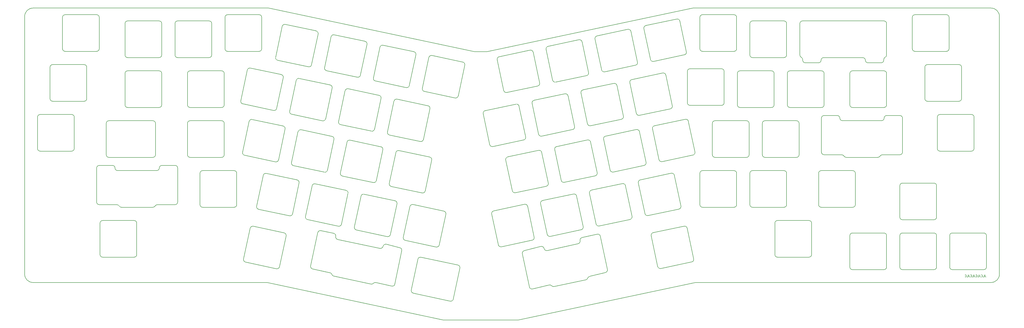
<source format=gbo>
G04 #@! TF.GenerationSoftware,KiCad,Pcbnew,5.1.10-88a1d61d58~90~ubuntu21.04.1*
G04 #@! TF.CreationDate,2021-09-18T02:25:30+02:00*
G04 #@! TF.ProjectId,basketweave_plate,6261736b-6574-4776-9561-76655f706c61,rev?*
G04 #@! TF.SameCoordinates,Original*
G04 #@! TF.FileFunction,Legend,Bot*
G04 #@! TF.FilePolarity,Positive*
%FSLAX46Y46*%
G04 Gerber Fmt 4.6, Leading zero omitted, Abs format (unit mm)*
G04 Created by KiCad (PCBNEW 5.1.10-88a1d61d58~90~ubuntu21.04.1) date 2021-09-18 02:25:30*
%MOMM*%
%LPD*%
G01*
G04 APERTURE LIST*
G04 #@! TA.AperFunction,Profile*
%ADD10C,0.200000*%
G04 #@! TD*
%ADD11C,0.150000*%
%ADD12C,0.100000*%
%ADD13C,0.010000*%
G04 APERTURE END LIST*
D10*
X320524504Y-61387507D02*
G75*
G02*
X319524504Y-60387507I0J1000000D01*
G01*
X351487500Y-58387506D02*
X351487500Y-46387500D01*
X318981000Y-59277223D02*
G75*
G02*
X318437500Y-58387500I456500J889723D01*
G01*
X344400517Y-61387507D02*
G75*
G02*
X343400517Y-60387507I0J1000000D01*
G01*
X350944000Y-59277229D02*
G75*
G03*
X350400500Y-60166952I456500J-889723D01*
G01*
X350944000Y-59277229D02*
G75*
G03*
X351487500Y-58387506I-456500J889723D01*
G01*
X350482515Y-45387499D02*
X319432509Y-45387499D01*
X350400521Y-60387507D02*
G75*
G02*
X349400520Y-61387508I-1000001J0D01*
G01*
X344400517Y-61387508D02*
X349400520Y-61387508D01*
X318437500Y-46387500D02*
G75*
G02*
X319437500Y-45387500I1000000J0D01*
G01*
X326524508Y-60387507D02*
G75*
G02*
X325524507Y-61387508I-1000001J0D01*
G01*
X350487499Y-45387499D02*
G75*
G02*
X351487500Y-46387500I0J-1000001D01*
G01*
X320524504Y-61387508D02*
X325524507Y-61387508D01*
X350400500Y-60166952D02*
X350400521Y-60387507D01*
X342400516Y-59387506D02*
G75*
G02*
X343400517Y-60387507I0J-1000001D01*
G01*
X318981000Y-59277223D02*
G75*
G02*
X319524500Y-60166946I-456500J-889723D01*
G01*
X327524508Y-59387507D02*
X342400516Y-59387507D01*
X326524508Y-60387507D02*
G75*
G02*
X327524508Y-59387507I1000000J0D01*
G01*
X312387500Y-45387500D02*
G75*
G02*
X313387500Y-46387500I0J-1000000D01*
G01*
X318437500Y-46387500D02*
X318437500Y-58387500D01*
X319524500Y-60166946D02*
X319524504Y-60387507D01*
D11*
X389043252Y-142335304D02*
X389043252Y-142906733D01*
X389081347Y-143021019D01*
X389157538Y-143097209D01*
X389271823Y-143135304D01*
X389348014Y-143135304D01*
X388281347Y-143135304D02*
X388662300Y-143135304D01*
X388662300Y-142335304D01*
X387557538Y-143059114D02*
X387595633Y-143097209D01*
X387709919Y-143135304D01*
X387786109Y-143135304D01*
X387900395Y-143097209D01*
X387976585Y-143021019D01*
X388014680Y-142944828D01*
X388052776Y-142792447D01*
X388052776Y-142678161D01*
X388014680Y-142525780D01*
X387976585Y-142449590D01*
X387900395Y-142373400D01*
X387786109Y-142335304D01*
X387709919Y-142335304D01*
X387595633Y-142373400D01*
X387557538Y-142411495D01*
X386986109Y-142335304D02*
X386986109Y-142906733D01*
X387024204Y-143021019D01*
X387100395Y-143097209D01*
X387214680Y-143135304D01*
X387290871Y-143135304D01*
X386224204Y-143135304D02*
X386605157Y-143135304D01*
X386605157Y-142335304D01*
X385500395Y-143059114D02*
X385538490Y-143097209D01*
X385652776Y-143135304D01*
X385728966Y-143135304D01*
X385843252Y-143097209D01*
X385919442Y-143021019D01*
X385957538Y-142944828D01*
X385995633Y-142792447D01*
X385995633Y-142678161D01*
X385957538Y-142525780D01*
X385919442Y-142449590D01*
X385843252Y-142373400D01*
X385728966Y-142335304D01*
X385652776Y-142335304D01*
X385538490Y-142373400D01*
X385500395Y-142411495D01*
X384928966Y-142335304D02*
X384928966Y-142906733D01*
X384967061Y-143021019D01*
X385043252Y-143097209D01*
X385157538Y-143135304D01*
X385233728Y-143135304D01*
X384167061Y-143135304D02*
X384548014Y-143135304D01*
X384548014Y-142335304D01*
X383443252Y-143059114D02*
X383481347Y-143097209D01*
X383595633Y-143135304D01*
X383671823Y-143135304D01*
X383786109Y-143097209D01*
X383862300Y-143021019D01*
X383900395Y-142944828D01*
X383938490Y-142792447D01*
X383938490Y-142678161D01*
X383900395Y-142525780D01*
X383862300Y-142449590D01*
X383786109Y-142373400D01*
X383671823Y-142335304D01*
X383595633Y-142335304D01*
X383481347Y-142373400D01*
X383443252Y-142411495D01*
X382871823Y-142335304D02*
X382871823Y-142906733D01*
X382909919Y-143021019D01*
X382986109Y-143097209D01*
X383100395Y-143135304D01*
X383176585Y-143135304D01*
X382109919Y-143135304D02*
X382490871Y-143135304D01*
X382490871Y-142335304D01*
X381386109Y-143059114D02*
X381424204Y-143097209D01*
X381538490Y-143135304D01*
X381614680Y-143135304D01*
X381728966Y-143097209D01*
X381805157Y-143021019D01*
X381843252Y-142944828D01*
X381881347Y-142792447D01*
X381881347Y-142678161D01*
X381843252Y-142525780D01*
X381805157Y-142449590D01*
X381728966Y-142373400D01*
X381614680Y-142335304D01*
X381538490Y-142335304D01*
X381424204Y-142373400D01*
X381386109Y-142411495D01*
D10*
X27927500Y-82106250D02*
G75*
G02*
X28927500Y-81106250I1000000J0D01*
G01*
X28927500Y-95106250D02*
G75*
G02*
X27927500Y-94106250I0J1000000D01*
G01*
X28927500Y-81106250D02*
X40927500Y-81106250D01*
X40927500Y-95106250D02*
X28927500Y-95106250D01*
X41927500Y-94106250D02*
G75*
G02*
X40927500Y-95106250I-1000000J0D01*
G01*
X41927500Y-82106250D02*
X41927500Y-94106250D01*
X40927500Y-81106250D02*
G75*
G02*
X41927500Y-82106250I0J-1000000D01*
G01*
X27927500Y-94106250D02*
X27927500Y-82106250D01*
X45687500Y-62056250D02*
G75*
G02*
X46687500Y-63056250I0J-1000000D01*
G01*
X33687500Y-76056250D02*
G75*
G02*
X32687500Y-75056250I0J1000000D01*
G01*
X45687500Y-76056250D02*
X33687500Y-76056250D01*
X32687500Y-75056250D02*
X32687500Y-63056250D01*
X46687500Y-63056250D02*
X46687500Y-75056250D01*
X32687500Y-63056250D02*
G75*
G02*
X33687500Y-62056250I1000000J0D01*
G01*
X46687500Y-75056250D02*
G75*
G02*
X45687500Y-76056250I-1000000J0D01*
G01*
X33687500Y-62056250D02*
X45687500Y-62056250D01*
X380062500Y-63056250D02*
X380062500Y-75056250D01*
X380062500Y-75056250D02*
G75*
G02*
X379062500Y-76056250I-1000000J0D01*
G01*
X379062500Y-76056250D02*
X367062500Y-76056250D01*
X379062500Y-62056250D02*
G75*
G02*
X380062500Y-63056250I0J-1000000D01*
G01*
X366062500Y-63056250D02*
G75*
G02*
X367062500Y-62056250I1000000J0D01*
G01*
X367062500Y-62056250D02*
X379062500Y-62056250D01*
X367062500Y-76056250D02*
G75*
G02*
X366062500Y-75056250I0J1000000D01*
G01*
X366062500Y-75056250D02*
X366062500Y-63056250D01*
X174042718Y-135612290D02*
X188110514Y-138588750D01*
X262550733Y-126213914D02*
X274308691Y-123729750D01*
X222919320Y-146203910D02*
G75*
G02*
X223870377Y-146512927I207912J-978148D01*
G01*
X216582162Y-147756903D02*
G75*
G02*
X215396102Y-146986669I-207913J978147D01*
G01*
X264275437Y-139137745D02*
X261780497Y-127399974D01*
X185199748Y-152366756D02*
X171131956Y-149306356D01*
X139360791Y-141511067D02*
G75*
G02*
X140103936Y-142180198I-207912J-978148D01*
G01*
X234682251Y-129274901D02*
G75*
G02*
X235452488Y-128088840I978149J207912D01*
G01*
X172856659Y-136382527D02*
G75*
G02*
X174042718Y-135612290I978148J-207911D01*
G01*
X188880750Y-139774810D02*
X186385808Y-151596520D01*
X277219454Y-137423814D02*
X265461496Y-139907981D01*
X170361720Y-148120298D02*
X172856660Y-136382527D01*
X171131956Y-149306356D02*
G75*
G02*
X170361720Y-148120298I207911J978147D01*
G01*
X277989690Y-136237756D02*
G75*
G02*
X277219454Y-137423814I-978147J-207911D01*
G01*
X245093662Y-140263905D02*
X242390810Y-127547986D01*
X275494750Y-124499985D02*
X277989690Y-136237756D01*
X261780496Y-127399973D02*
G75*
G02*
X262550733Y-126213914I978148J207911D01*
G01*
X222155094Y-133045853D02*
G75*
G02*
X220969033Y-132275618I-207913J978148D01*
G01*
X186385808Y-151596520D02*
G75*
G02*
X185199748Y-152366756I-978148J207912D01*
G01*
X265461497Y-139907981D02*
G75*
G02*
X264275437Y-139137745I-207912J978148D01*
G01*
X219782974Y-131505383D02*
G75*
G02*
X220969033Y-132275618I207912J-978147D01*
G01*
X274308691Y-123729750D02*
G75*
G02*
X275494750Y-124499985I207912J-978147D01*
G01*
X188110514Y-138588750D02*
G75*
G02*
X188880750Y-139774810I-207912J-978148D01*
G01*
X237572355Y-143607629D02*
G75*
G02*
X236829210Y-144276759I-951056J309018D01*
G01*
X140847080Y-142849328D02*
G75*
G02*
X140103936Y-142180198I207911J978147D01*
G01*
X224821433Y-146821944D02*
G75*
G02*
X223870377Y-146512927I-207912J978147D01*
G01*
X164115750Y-145861430D02*
G75*
G02*
X162929690Y-146631666I-978148J207912D01*
G01*
X212693251Y-134270750D02*
G75*
G02*
X213463486Y-133084691I978147J207912D01*
G01*
X140810796Y-126484166D02*
G75*
G02*
X141581031Y-127670225I-207912J-978147D01*
G01*
X215396102Y-146986669D02*
X212693250Y-134270750D01*
X216582162Y-147756903D02*
X222919320Y-146203910D01*
X132801383Y-140116821D02*
G75*
G02*
X132031146Y-138930762I207911J978148D01*
G01*
X235452488Y-128088840D02*
X241204750Y-126777750D01*
X162929690Y-146631666D02*
X156899964Y-145234235D01*
X159612251Y-131432943D02*
G75*
G02*
X158426191Y-132203179I-978148J207912D01*
G01*
X237572356Y-143607629D02*
G75*
G02*
X238315500Y-142938500I951055J-309017D01*
G01*
X140810795Y-126484165D02*
X135920057Y-125444607D01*
X238315500Y-142938500D02*
X244323425Y-141449966D01*
X155948909Y-145543252D02*
G75*
G02*
X156899964Y-145234235I743144J-669129D01*
G01*
X132801382Y-140116821D02*
X139360791Y-141511067D01*
X155948908Y-145543252D02*
G75*
G02*
X154997851Y-145852269I-743145J669131D01*
G01*
X241204750Y-126777750D02*
G75*
G02*
X242390810Y-127547986I207912J-978148D01*
G01*
X165960728Y-131959452D02*
G75*
G02*
X166730965Y-133145511I-207911J-978148D01*
G01*
X154997851Y-145852269D02*
X140847080Y-142849328D01*
X132031146Y-138930762D02*
X134733998Y-126214843D01*
X222155094Y-133045853D02*
X233912016Y-130460961D01*
X234682254Y-129274901D02*
G75*
G02*
X233912016Y-130460961I-978149J-207911D01*
G01*
X236829210Y-144276759D02*
X224821433Y-146821944D01*
X165960728Y-131959452D02*
X160798310Y-130662706D01*
X134733998Y-126214844D02*
G75*
G02*
X135920057Y-125444607I978148J-207911D01*
G01*
X142351267Y-128856284D02*
X158426191Y-132203179D01*
X164115750Y-145861430D02*
X166730965Y-133145511D01*
X245093662Y-140263905D02*
G75*
G02*
X244323425Y-141449966I-978149J-207912D01*
G01*
X219782974Y-131505383D02*
X213463486Y-133084691D01*
X142351268Y-128856284D02*
G75*
G02*
X141581031Y-127670225I207911J978148D01*
G01*
X159612250Y-131432942D02*
G75*
G02*
X160798310Y-130662706I978148J-207912D01*
G01*
X168105032Y-129187375D02*
G75*
G02*
X167334796Y-128001317I207911J978147D01*
G01*
X334680250Y-83487500D02*
G75*
G02*
X333680250Y-82487500I0J1000000D01*
G01*
X80331250Y-115537500D02*
X73625301Y-115537501D01*
X56455250Y-100537500D02*
G75*
G02*
X57455250Y-101537500I0J-1000000D01*
G01*
X58455250Y-102537500D02*
G75*
G02*
X57455250Y-101537500I0J1000000D01*
G01*
X56455250Y-100537500D02*
X51455250Y-100537500D01*
X332680250Y-81487500D02*
X327680250Y-81487500D01*
X50455250Y-101537500D02*
G75*
G02*
X51455250Y-100537500I1000000J0D01*
G01*
X327680250Y-96487500D02*
G75*
G02*
X326680250Y-95487500I0J1000000D01*
G01*
X50455250Y-114537500D02*
X50455250Y-101537500D01*
X80331250Y-100537500D02*
X75331250Y-100537500D01*
X350556250Y-82487500D02*
G75*
G02*
X351556250Y-81487500I1000000J0D01*
G01*
X80331250Y-100537500D02*
G75*
G02*
X81331250Y-101537500I0J-1000000D01*
G01*
X81331250Y-114537500D02*
X81331250Y-101537500D01*
X72759276Y-116037501D02*
G75*
G02*
X73625301Y-115537501I866025J-500000D01*
G01*
X332680250Y-81487500D02*
G75*
G02*
X333680250Y-82487500I0J-1000000D01*
G01*
X59893250Y-116537501D02*
G75*
G02*
X59027225Y-116037501I0J1000000D01*
G01*
X74331251Y-101537500D02*
G75*
G02*
X73331250Y-102537501I-1000001J0D01*
G01*
X327680250Y-96487500D02*
X334386200Y-96487501D01*
X72759275Y-116037501D02*
G75*
G02*
X71893250Y-116537501I-866025J500000D01*
G01*
X357556250Y-95487500D02*
X357556250Y-82487500D01*
X58161200Y-115537501D02*
G75*
G02*
X59027225Y-116037501I0J-1000000D01*
G01*
X81331250Y-114537500D02*
G75*
G02*
X80331250Y-115537500I-1000000J0D01*
G01*
X74331250Y-101537500D02*
G75*
G02*
X75331250Y-100537500I1000000J0D01*
G01*
X51455250Y-115537500D02*
G75*
G02*
X50455250Y-114537500I0J1000000D01*
G01*
X51455250Y-115537500D02*
X58161200Y-115537501D01*
X169618875Y-70060049D02*
G75*
G02*
X168432815Y-70830285I-978148J207912D01*
G01*
X175328757Y-72296060D02*
G75*
G02*
X174558521Y-71110002I207911J978147D01*
G01*
X172113816Y-58322278D02*
X169618874Y-70060048D01*
X171343580Y-57136218D02*
G75*
G02*
X172113816Y-58322278I-207912J-978148D01*
G01*
X174558521Y-71110002D02*
X177053461Y-59372231D01*
X168432815Y-70830285D02*
X156695045Y-68335343D01*
X155924809Y-67149285D02*
X158419749Y-55411514D01*
X177053460Y-59372231D02*
G75*
G02*
X178239519Y-58601994I978148J-207911D01*
G01*
X178239519Y-58601994D02*
X189977291Y-61096935D01*
X190747528Y-62282995D02*
X188252586Y-74020765D01*
X161280947Y-87763355D02*
X163775887Y-76025584D01*
X156695045Y-68335343D02*
G75*
G02*
X155924809Y-67149285I207911J978147D01*
G01*
X188252587Y-74020766D02*
G75*
G02*
X187066527Y-74791002I-978148J207912D01*
G01*
X189977292Y-61096935D02*
G75*
G02*
X190747528Y-62282995I-207912J-978148D01*
G01*
X173788953Y-91444355D02*
X162051183Y-88949413D01*
X164961945Y-75255347D02*
X176699717Y-77750288D01*
X163775886Y-76025584D02*
G75*
G02*
X164961945Y-75255347I978148J-207911D01*
G01*
X174975013Y-90674119D02*
G75*
G02*
X173788953Y-91444355I-978148J207912D01*
G01*
X159605807Y-54641277D02*
X171343579Y-57136218D01*
X158419748Y-55411514D02*
G75*
G02*
X159605807Y-54641277I978148J-207911D01*
G01*
X187066527Y-74791002D02*
X175328757Y-72296060D01*
X138061333Y-64374625D02*
G75*
G02*
X137291097Y-63188567I207911J978147D01*
G01*
X153480104Y-54361560D02*
X150985162Y-66099330D01*
X131165392Y-62908849D02*
X119427622Y-60413907D01*
X119427622Y-60413907D02*
G75*
G02*
X118657386Y-59227849I207911J978147D01*
G01*
X140972095Y-50680559D02*
X152709867Y-53175500D01*
X149799103Y-66869567D02*
X138061333Y-64374625D01*
X150985163Y-66099331D02*
G75*
G02*
X149799103Y-66869567I-978148J207912D01*
G01*
X134076157Y-49214782D02*
G75*
G02*
X134846393Y-50400842I-207912J-978148D01*
G01*
X137291097Y-63188567D02*
X139786037Y-51450796D01*
X122338384Y-46719841D02*
X134076156Y-49214782D01*
X139786036Y-51450796D02*
G75*
G02*
X140972095Y-50680559I978148J-207911D01*
G01*
X152709868Y-53175500D02*
G75*
G02*
X153480104Y-54361560I-207912J-978148D01*
G01*
X121152325Y-47490078D02*
G75*
G02*
X122338384Y-46719841I978148J-207911D01*
G01*
X132351452Y-62138613D02*
G75*
G02*
X131165392Y-62908849I-978148J207912D01*
G01*
X118657386Y-59227849D02*
X121152326Y-47490078D01*
X134846393Y-50400842D02*
X132351451Y-62138612D01*
X238697769Y-85424575D02*
G75*
G02*
X237511709Y-84654339I-207912J978148D01*
G01*
X259006618Y-48341779D02*
G75*
G02*
X259776855Y-47155720I978148J207911D01*
G01*
X242867848Y-64040268D02*
X240372908Y-52302497D01*
X217153294Y-75691226D02*
X228891065Y-73196286D01*
X235016768Y-72916567D02*
G75*
G02*
X235787005Y-71730508I978148J207911D01*
G01*
X222509432Y-55077155D02*
X234247203Y-52582215D01*
X221739195Y-56263214D02*
G75*
G02*
X222509432Y-55077155I978148J207911D01*
G01*
X259776855Y-47155720D02*
X271514626Y-44660780D01*
X218524254Y-70236999D02*
X206786483Y-72731940D01*
X206786484Y-72731940D02*
G75*
G02*
X205600424Y-71961704I-207912J978148D01*
G01*
X255791678Y-62315563D02*
X244053907Y-64810504D01*
X256145421Y-80693621D02*
X253650481Y-68955850D01*
X225420196Y-68771222D02*
G75*
G02*
X224234136Y-68000986I-207912J978148D01*
G01*
X216799550Y-57313169D02*
X219294490Y-69050940D01*
X275195625Y-57168788D02*
G75*
G02*
X274425389Y-58354846I-978147J-207911D01*
G01*
X216383057Y-76877285D02*
G75*
G02*
X217153294Y-75691226I978148J207911D01*
G01*
X261501559Y-60079551D02*
X259006619Y-48341780D01*
X257331481Y-81463857D02*
G75*
G02*
X256145421Y-80693621I-207912J978148D01*
G01*
X254066974Y-49391733D02*
X256561914Y-61129504D01*
X219294490Y-69050941D02*
G75*
G02*
X218524254Y-70236999I-978147J-207911D01*
G01*
X262687619Y-60849787D02*
G75*
G02*
X261501559Y-60079551I-207912J978148D01*
G01*
X391318750Y-40481250D02*
G75*
G02*
X394493750Y-43656250I0J-3175000D01*
G01*
X23018750Y-43656250D02*
G75*
G02*
X26193750Y-40481250I3175000J0D01*
G01*
X182562500Y-159543750D02*
X211137500Y-159543750D01*
X248710835Y-70005804D02*
X251205775Y-81743575D01*
X201430346Y-93346010D02*
G75*
G02*
X200244286Y-92575774I-207912J978148D01*
G01*
X213168116Y-90851069D02*
X201430345Y-93346010D01*
X244053908Y-64810504D02*
G75*
G02*
X242867848Y-64040268I-207912J978148D01*
G01*
X231801828Y-86890352D02*
X220064057Y-89385293D01*
X215613491Y-56542934D02*
G75*
G02*
X216799550Y-57313169I207912J-978147D01*
G01*
X234247203Y-52582216D02*
G75*
G02*
X235433262Y-53352451I207912J-978147D01*
G01*
X218877998Y-88615057D02*
X216383058Y-76877286D01*
X197749345Y-80838002D02*
G75*
G02*
X198519582Y-79651943I978148J207911D01*
G01*
X266158488Y-65274851D02*
G75*
G02*
X267344547Y-66045086I207912J-978147D01*
G01*
X198519582Y-79651943D02*
X210257353Y-77157003D01*
X211443412Y-77927239D02*
X213938352Y-89665010D01*
X232572064Y-85704294D02*
G75*
G02*
X231801828Y-86890352I-978147J-207911D01*
G01*
X210257353Y-77157004D02*
G75*
G02*
X211443412Y-77927239I207912J-978147D01*
G01*
X200244286Y-92575774D02*
X197749346Y-80838003D01*
X272700685Y-45431016D02*
X275195625Y-57168787D01*
X271514626Y-44660781D02*
G75*
G02*
X272700685Y-45431016I207912J-978147D01*
G01*
X230077124Y-73966522D02*
X232572064Y-85704293D01*
X213938352Y-89665011D02*
G75*
G02*
X213168116Y-90851069I-978147J-207911D01*
G01*
X241143144Y-51116437D02*
X252880915Y-48621497D01*
X256561914Y-61129505D02*
G75*
G02*
X255791678Y-62315563I-978147J-207911D01*
G01*
X240372907Y-52302496D02*
G75*
G02*
X241143144Y-51116437I978148J207911D01*
G01*
X251205775Y-81743576D02*
G75*
G02*
X250435539Y-82929634I-978147J-207911D01*
G01*
X237928202Y-65090223D02*
G75*
G02*
X237157966Y-66276281I-978147J-207911D01*
G01*
X224234136Y-68000986D02*
X221739196Y-56263215D01*
X203875720Y-59037873D02*
X215613491Y-56542933D01*
X220064058Y-89385293D02*
G75*
G02*
X218877998Y-88615057I-207912J978148D01*
G01*
X250435539Y-82929634D02*
X238697768Y-85424575D01*
X235433262Y-53352451D02*
X237928202Y-65090222D01*
X203105483Y-60223932D02*
G75*
G02*
X203875720Y-59037873I978148J207911D01*
G01*
X237157966Y-66276281D02*
X225420195Y-68771222D01*
X205600424Y-71961704D02*
X203105484Y-60223933D01*
X391318750Y-145256250D02*
X278606250Y-145256250D01*
X394493750Y-142081250D02*
G75*
G02*
X391318750Y-145256250I-3175000J0D01*
G01*
X274425389Y-58354846D02*
X262687618Y-60849787D01*
X228891065Y-73196287D02*
G75*
G02*
X230077124Y-73966522I207912J-978147D01*
G01*
X237511709Y-84654339D02*
X235016769Y-72916568D01*
X235787005Y-71730508D02*
X247524776Y-69235568D01*
X252880915Y-48621498D02*
G75*
G02*
X254066974Y-49391733I207912J-978147D01*
G01*
X247524776Y-69235569D02*
G75*
G02*
X248710835Y-70005804I207912J-978147D01*
G01*
X357537500Y-126350000D02*
X369537500Y-126350000D01*
X388537500Y-126350000D02*
G75*
G02*
X389537500Y-127350000I0J-1000000D01*
G01*
X370537500Y-139350000D02*
G75*
G02*
X369537500Y-140350000I-1000000J0D01*
G01*
X26193750Y-145256250D02*
X115443000Y-145256250D01*
X391318750Y-40481250D02*
X277812500Y-40481250D01*
X357537500Y-140350000D02*
G75*
G02*
X356537500Y-139350000I0J1000000D01*
G01*
X369537500Y-126350000D02*
G75*
G02*
X370537500Y-127350000I0J-1000000D01*
G01*
X370537500Y-127350000D02*
X370537500Y-139350000D01*
X199231250Y-57150000D02*
X194468750Y-57150000D01*
X356537500Y-127350000D02*
G75*
G02*
X357537500Y-126350000I1000000J0D01*
G01*
X23018750Y-43656250D02*
X23018750Y-142081250D01*
X388537500Y-140350000D02*
X376537500Y-140350000D01*
X369537500Y-140350000D02*
X357537500Y-140350000D01*
X389537500Y-139350000D02*
G75*
G02*
X388537500Y-140350000I-1000000J0D01*
G01*
X350487500Y-126350000D02*
G75*
G02*
X351487500Y-127350000I0J-1000000D01*
G01*
X278606250Y-145256250D02*
X211137500Y-159543750D01*
X115443000Y-145256250D02*
X182562500Y-159543750D01*
X277812500Y-40481250D02*
X199231250Y-57150000D01*
X26193750Y-145256250D02*
G75*
G02*
X23018750Y-142081250I0J3175000D01*
G01*
X115887500Y-40481250D02*
X194468750Y-57150000D01*
X376537500Y-126350000D02*
X388537500Y-126350000D01*
X26193750Y-40481250D02*
X115887500Y-40481250D01*
X375537500Y-139350000D02*
X375537500Y-127350000D01*
X376537500Y-140350000D02*
G75*
G02*
X375537500Y-139350000I0J1000000D01*
G01*
X394493750Y-43656250D02*
X394493750Y-142081250D01*
X389537500Y-127350000D02*
X389537500Y-139350000D01*
X375537500Y-127350000D02*
G75*
G02*
X376537500Y-126350000I1000000J0D01*
G01*
X356537500Y-139350000D02*
X356537500Y-127350000D01*
X177397429Y-97374179D02*
G75*
G02*
X178167665Y-98560239I-207912J-978148D01*
G01*
X162748894Y-108573304D02*
G75*
G02*
X161978658Y-107387246I207911J978147D01*
G01*
X149471320Y-125226657D02*
G75*
G02*
X148701084Y-124040599I207911J978147D01*
G01*
X175672724Y-110298010D02*
G75*
G02*
X174486664Y-111068246I-978148J207912D01*
G01*
X161209090Y-127721599D02*
X149471320Y-125226657D01*
X115114658Y-103611156D02*
X126852430Y-106106097D01*
X125127726Y-119029928D02*
G75*
G02*
X123941666Y-119800164I-978148J207912D01*
G01*
X159533953Y-94599522D02*
X157039011Y-106337292D01*
X108954436Y-124567914D02*
G75*
G02*
X110140495Y-123797677I978148J-207911D01*
G01*
X120153563Y-139216449D02*
G75*
G02*
X118967503Y-139986685I-978148J207912D01*
G01*
X121878268Y-126292618D02*
G75*
G02*
X122648504Y-127478678I-207912J-978148D01*
G01*
X123941666Y-119800164D02*
X112203896Y-117305222D01*
X162395150Y-126951363D02*
G75*
G02*
X161209090Y-127721599I-978148J207912D01*
G01*
X122648504Y-127478678D02*
X120153562Y-139216448D01*
X107229733Y-137491743D02*
G75*
G02*
X106459497Y-136305685I207911J978147D01*
G01*
X110140495Y-123797677D02*
X121878267Y-126292618D01*
X113928599Y-104381393D02*
G75*
G02*
X115114658Y-103611156I978148J-207911D01*
G01*
X158763717Y-93413462D02*
G75*
G02*
X159533953Y-94599522I-207912J-978148D01*
G01*
X161978658Y-107387246D02*
X164473598Y-95649475D01*
X127622667Y-107292157D02*
X125127725Y-119029927D01*
X106459497Y-136305685D02*
X108954437Y-124567914D01*
X171015794Y-115493309D02*
X182753566Y-117988250D01*
X152382082Y-111532591D02*
X164119854Y-114027532D01*
X144115182Y-104612587D02*
G75*
G02*
X143344946Y-103426529I207911J978147D01*
G01*
X145839885Y-91688758D02*
G75*
G02*
X147025944Y-90918521I978148J-207911D01*
G01*
X133748370Y-107571874D02*
X145486142Y-110066815D01*
X145486143Y-110066815D02*
G75*
G02*
X146256379Y-111252875I-207912J-978148D01*
G01*
X151196023Y-112302828D02*
G75*
G02*
X152382082Y-111532591I978148J-207911D01*
G01*
X164890091Y-115213592D02*
X162395149Y-126951362D01*
X142575378Y-123760882D02*
X130837608Y-121265940D01*
X130067372Y-120079882D02*
X132562312Y-108342111D01*
X148701084Y-124040599D02*
X151196024Y-112302828D01*
X143761438Y-122990646D02*
G75*
G02*
X142575378Y-123760882I-978148J207912D01*
G01*
X164473597Y-95649475D02*
G75*
G02*
X165659656Y-94879238I978148J-207911D01*
G01*
X132562311Y-108342111D02*
G75*
G02*
X133748370Y-107571874I978148J-207911D01*
G01*
X130837608Y-121265940D02*
G75*
G02*
X130067372Y-120079882I207911J978147D01*
G01*
X146256379Y-111252875D02*
X143761437Y-122990645D01*
X165659656Y-94879238D02*
X177397428Y-97374179D01*
X164119855Y-114027532D02*
G75*
G02*
X164890091Y-115213592I-207912J-978148D01*
G01*
X111433660Y-116119164D02*
X113928600Y-104381393D01*
X126852431Y-106106097D02*
G75*
G02*
X127622667Y-107292157I-207912J-978148D01*
G01*
X112203896Y-117305222D02*
G75*
G02*
X111433660Y-116119164I207911J978147D01*
G01*
X118967503Y-139986685D02*
X107229733Y-137491743D01*
X157039012Y-106337293D02*
G75*
G02*
X155852952Y-107107529I-978148J207912D01*
G01*
X174486664Y-111068246D02*
X162748894Y-108573304D01*
X178167665Y-98560239D02*
X175672723Y-110298009D01*
X120798583Y-65868135D02*
G75*
G02*
X121568819Y-67054195I-207912J-978148D01*
G01*
X139432295Y-69828853D02*
G75*
G02*
X140202531Y-71014913I-207912J-978148D01*
G01*
X140202531Y-71014913D02*
X137707589Y-82752683D01*
X127206173Y-87728040D02*
G75*
G02*
X128392232Y-86957803I978148J-207911D01*
G01*
X140130005Y-89452744D02*
G75*
G02*
X140900241Y-90638804I-207912J-978148D01*
G01*
X125481470Y-100651869D02*
G75*
G02*
X124711234Y-99465811I207911J978147D01*
G01*
X140900241Y-90638804D02*
X138405299Y-102376574D01*
X147025944Y-90918521D02*
X158763716Y-93413462D01*
X119073878Y-78791966D02*
G75*
G02*
X117887818Y-79562202I-978148J207912D01*
G01*
X126508463Y-68104149D02*
G75*
G02*
X127694522Y-67333912I978148J-207911D01*
G01*
X124013524Y-79841920D02*
X126508464Y-68104149D01*
X118585528Y-99186093D02*
X106847758Y-96691151D01*
X124711234Y-99465811D02*
X127206174Y-87728040D01*
X155852952Y-107107529D02*
X144115182Y-104612587D01*
X143344946Y-103426529D02*
X145839886Y-91688758D01*
X143417472Y-84988695D02*
G75*
G02*
X142647236Y-83802637I207911J978147D01*
G01*
X109758520Y-82997085D02*
X121496292Y-85492026D01*
X136521530Y-83522920D02*
X124783760Y-81027978D01*
X176699718Y-77750288D02*
G75*
G02*
X177469954Y-78936348I-207912J-978148D01*
G01*
X177469954Y-78936348D02*
X174975012Y-90674118D01*
X155155242Y-87483637D02*
X143417472Y-84988695D01*
X145142175Y-72064866D02*
G75*
G02*
X146328234Y-71294629I978148J-207911D01*
G01*
X106150048Y-77067260D02*
G75*
G02*
X105379812Y-75881202I207911J978147D01*
G01*
X106077522Y-95505093D02*
X108572462Y-83767322D01*
X127694522Y-67333912D02*
X139432294Y-69828853D01*
X108572461Y-83767322D02*
G75*
G02*
X109758520Y-82997085I978148J-207911D01*
G01*
X106847758Y-96691151D02*
G75*
G02*
X106077522Y-95505093I207911J978147D01*
G01*
X156341302Y-86713401D02*
G75*
G02*
X155155242Y-87483637I-978148J207912D01*
G01*
X105379812Y-75881202D02*
X107874752Y-64143431D01*
X142647236Y-83802637D02*
X145142176Y-72064866D01*
X117887818Y-79562202D02*
X106150048Y-77067260D01*
X121568819Y-67054195D02*
X119073877Y-78791965D01*
X121496293Y-85492026D02*
G75*
G02*
X122266529Y-86678086I-207912J-978148D01*
G01*
X158836243Y-74975630D02*
X156341301Y-86713400D01*
X137707590Y-82752684D02*
G75*
G02*
X136521530Y-83522920I-978148J207912D01*
G01*
X109060810Y-63373194D02*
X120798582Y-65868135D01*
X122266529Y-86678086D02*
X119771587Y-98415856D01*
X128392232Y-86957803D02*
X140130004Y-89452744D01*
X137219240Y-103146811D02*
X125481470Y-100651869D01*
X138405300Y-102376575D02*
G75*
G02*
X137219240Y-103146811I-978148J207912D01*
G01*
X158066007Y-73789570D02*
G75*
G02*
X158836243Y-74975630I-207912J-978148D01*
G01*
X146328234Y-71294629D02*
X158066006Y-73789570D01*
X119771588Y-98415857D02*
G75*
G02*
X118585528Y-99186093I-978148J207912D01*
G01*
X124783760Y-81027978D02*
G75*
G02*
X124013524Y-79841920I207911J978147D01*
G01*
X162051183Y-88949413D02*
G75*
G02*
X161280947Y-87763355I207911J978147D01*
G01*
X107874751Y-64143431D02*
G75*
G02*
X109060810Y-63373194I978148J-207911D01*
G01*
X216431123Y-129108672D02*
X204693352Y-131603613D01*
X259824921Y-99387108D02*
G75*
G02*
X259054685Y-100573166I-978147J-207911D01*
G01*
X265950627Y-99107390D02*
G75*
G02*
X264764567Y-98337154I-207912J978148D01*
G01*
X264764567Y-98337154D02*
X262269627Y-86599383D01*
X247316915Y-103068107D02*
G75*
G02*
X246130855Y-102297871I-207912J978148D01*
G01*
X222141005Y-126872660D02*
X219646065Y-115134889D01*
X225002202Y-94520817D02*
G75*
G02*
X225772439Y-93334758I978148J207911D01*
G01*
X222557498Y-107308544D02*
G75*
G02*
X221787262Y-108494602I-978147J-207911D01*
G01*
X210049492Y-110989543D02*
G75*
G02*
X208863432Y-110219307I-207912J978148D01*
G01*
X218876499Y-94800537D02*
G75*
G02*
X220062558Y-95570772I207912J-978147D01*
G01*
X278458633Y-95426391D02*
G75*
G02*
X277688397Y-96612449I-978147J-207911D01*
G01*
X275963693Y-83688619D02*
X278458633Y-95426390D01*
X243635914Y-90560099D02*
G75*
G02*
X244406151Y-89374040I978148J207911D01*
G01*
X225772439Y-93334758D02*
X237510210Y-90839818D01*
X220062558Y-95570772D02*
X222557498Y-107308543D01*
X208863432Y-110219307D02*
X206368492Y-98481536D01*
X254420717Y-67769790D02*
X266158488Y-65274850D01*
X267344547Y-66045086D02*
X269839487Y-77782857D01*
X263039863Y-85413323D02*
X274777634Y-82918383D01*
X240420973Y-104533884D02*
X228683202Y-107028825D01*
X237510210Y-90839819D02*
G75*
G02*
X238696269Y-91610054I207912J-978147D01*
G01*
X256143922Y-86879101D02*
G75*
G02*
X257329981Y-87649336I207912J-978147D01*
G01*
X238696269Y-91610054D02*
X241191209Y-103347825D01*
X241191209Y-103347826D02*
G75*
G02*
X240420973Y-104533884I-978147J-207911D01*
G01*
X207138728Y-97295476D02*
X218876499Y-94800536D01*
X277688397Y-96612449D02*
X265950626Y-99107390D01*
X269069251Y-78968916D02*
X257331480Y-81463857D01*
X269839487Y-77782858D02*
G75*
G02*
X269069251Y-78968916I-978147J-207911D01*
G01*
X257329981Y-87649336D02*
X259824921Y-99387107D01*
X253650480Y-68955849D02*
G75*
G02*
X254420717Y-67769790I978148J207911D01*
G01*
X244406151Y-89374040D02*
X256143922Y-86879100D01*
X204693353Y-131603613D02*
G75*
G02*
X203507293Y-130833377I-207912J978148D01*
G01*
X213520360Y-115414607D02*
G75*
G02*
X214706419Y-116184842I207912J-978147D01*
G01*
X246130855Y-102297871D02*
X243635915Y-90560100D01*
X203507293Y-130833377D02*
X201012353Y-119095606D01*
X262269626Y-86599382D02*
G75*
G02*
X263039863Y-85413323I978148J207911D01*
G01*
X217201359Y-127922614D02*
G75*
G02*
X216431123Y-129108672I-978147J-207911D01*
G01*
X259054685Y-100573166D02*
X247316914Y-103068107D01*
X228683203Y-107028825D02*
G75*
G02*
X227497143Y-106258589I-207912J978148D01*
G01*
X201782589Y-117909546D02*
X213520360Y-115414606D01*
X227497143Y-106258589D02*
X225002203Y-94520818D01*
X214706419Y-116184842D02*
X217201359Y-127922613D01*
X221787262Y-108494602D02*
X210049491Y-110989543D01*
X206368491Y-98481535D02*
G75*
G02*
X207138728Y-97295476I978148J207911D01*
G01*
X274777634Y-82918384D02*
G75*
G02*
X275963693Y-83688619I207912J-978147D01*
G01*
X201012352Y-119095605D02*
G75*
G02*
X201782589Y-117909546I978148J207911D01*
G01*
X383825000Y-95106250D02*
X371825000Y-95106250D01*
X374300000Y-57006250D02*
X362300000Y-57006250D01*
X38450000Y-43006250D02*
X50450000Y-43006250D01*
X51450000Y-56006250D02*
G75*
G02*
X50450000Y-57006250I-1000000J0D01*
G01*
X75262500Y-58387500D02*
G75*
G02*
X74262500Y-59387500I-1000000J0D01*
G01*
X37450000Y-44006250D02*
G75*
G02*
X38450000Y-43006250I1000000J0D01*
G01*
X375300000Y-56006250D02*
G75*
G02*
X374300000Y-57006250I-1000000J0D01*
G01*
X362300000Y-57006250D02*
G75*
G02*
X361300000Y-56006250I0J1000000D01*
G01*
X361300000Y-44006250D02*
G75*
G02*
X362300000Y-43006250I1000000J0D01*
G01*
X375300000Y-44006250D02*
X375300000Y-56006250D01*
X362300000Y-43006250D02*
X374300000Y-43006250D01*
X361300000Y-56006250D02*
X361300000Y-44006250D01*
X74262500Y-59387500D02*
X62262500Y-59387500D01*
X62262500Y-59387500D02*
G75*
G02*
X61262500Y-58387500I0J1000000D01*
G01*
X371825000Y-81106250D02*
X383825000Y-81106250D01*
X370825000Y-82106250D02*
G75*
G02*
X371825000Y-81106250I1000000J0D01*
G01*
X383825000Y-81106250D02*
G75*
G02*
X384825000Y-82106250I0J-1000000D01*
G01*
X51450000Y-44006250D02*
X51450000Y-56006250D01*
X37450000Y-56006250D02*
X37450000Y-44006250D01*
X50450000Y-57006250D02*
X38450000Y-57006250D01*
X38450000Y-57006250D02*
G75*
G02*
X37450000Y-56006250I0J1000000D01*
G01*
X374300000Y-43006250D02*
G75*
G02*
X375300000Y-44006250I0J-1000000D01*
G01*
X50450000Y-43006250D02*
G75*
G02*
X51450000Y-44006250I0J-1000000D01*
G01*
X384825000Y-94106250D02*
G75*
G02*
X383825000Y-95106250I-1000000J0D01*
G01*
X384825000Y-82106250D02*
X384825000Y-94106250D01*
X370825000Y-94106250D02*
X370825000Y-82106250D01*
X371825000Y-95106250D02*
G75*
G02*
X370825000Y-94106250I0J1000000D01*
G01*
X232154072Y-111453890D02*
G75*
G02*
X233340131Y-112224125I207912J-978147D01*
G01*
X250787784Y-107493172D02*
G75*
G02*
X251973843Y-108263407I207912J-978147D01*
G01*
X169829735Y-116263546D02*
G75*
G02*
X171015794Y-115493309I978148J-207911D01*
G01*
X259408429Y-118951224D02*
X256913489Y-107213453D01*
X183523803Y-119174310D02*
X181028861Y-130912080D01*
X181028862Y-130912081D02*
G75*
G02*
X179842802Y-131682317I-978148J207912D01*
G01*
X257683725Y-106027393D02*
X269421496Y-103532453D01*
X270607555Y-104302689D02*
X273102495Y-116040460D01*
X256913488Y-107213452D02*
G75*
G02*
X257683725Y-106027393I978148J207911D01*
G01*
X253698547Y-121187237D02*
X241960776Y-123682178D01*
X251973843Y-108263407D02*
X254468783Y-120001178D01*
X272332259Y-117226519D02*
X260594488Y-119721460D01*
X254468783Y-120001179D02*
G75*
G02*
X253698547Y-121187237I-978147J-207911D01*
G01*
X241960777Y-123682178D02*
G75*
G02*
X240774717Y-122911942I-207912J978148D01*
G01*
X182753567Y-117988250D02*
G75*
G02*
X183523803Y-119174310I-207912J-978148D01*
G01*
X269421496Y-103532454D02*
G75*
G02*
X270607555Y-104302689I207912J-978147D01*
G01*
X167334796Y-128001317D02*
X169829736Y-116263546D01*
X273102495Y-116040461D02*
G75*
G02*
X272332259Y-117226519I-978147J-207911D01*
G01*
X260594489Y-119721460D02*
G75*
G02*
X259408429Y-118951224I-207912J978148D01*
G01*
X238279776Y-111174170D02*
G75*
G02*
X239050013Y-109988111I978148J207911D01*
G01*
X240774717Y-122911942D02*
X238279777Y-111174171D01*
X179842802Y-131682317D02*
X168105032Y-129187375D01*
X239050013Y-109988111D02*
X250787784Y-107493171D01*
X235064835Y-125147955D02*
X223327064Y-127642896D01*
X220416301Y-113948829D02*
X232154072Y-111453889D01*
X233340131Y-112224125D02*
X235835071Y-123961896D01*
X235835071Y-123961897D02*
G75*
G02*
X235064835Y-125147955I-978147J-207911D01*
G01*
X219646064Y-115134888D02*
G75*
G02*
X220416301Y-113948829I978148J207911D01*
G01*
X223327065Y-127642896D02*
G75*
G02*
X222141005Y-126872660I-207912J978148D01*
G01*
X293337500Y-43006250D02*
G75*
G02*
X294337500Y-44006250I0J-1000000D01*
G01*
X102837500Y-116537500D02*
X90837500Y-116537500D01*
X103837500Y-115537500D02*
G75*
G02*
X102837500Y-116537500I-1000000J0D01*
G01*
X85075000Y-84487500D02*
G75*
G02*
X86075000Y-83487500I1000000J0D01*
G01*
X90837500Y-116537500D02*
G75*
G02*
X89837500Y-115537500I0J1000000D01*
G01*
X98075000Y-97487500D02*
X86075000Y-97487500D01*
X99362500Y-44006250D02*
G75*
G02*
X100362500Y-43006250I1000000J0D01*
G01*
X338487500Y-78437500D02*
G75*
G02*
X337487500Y-77437500I0J1000000D01*
G01*
X300387500Y-59387500D02*
G75*
G02*
X299387500Y-58387500I0J1000000D01*
G01*
X99075000Y-65437500D02*
X99075000Y-77437500D01*
X85075000Y-96487500D02*
X85075000Y-84487500D01*
X100362500Y-43006250D02*
X112362500Y-43006250D01*
X89837500Y-103537500D02*
G75*
G02*
X90837500Y-102537500I1000000J0D01*
G01*
X90837500Y-102537500D02*
X102837500Y-102537500D01*
X94312500Y-46387500D02*
X94312500Y-58387500D01*
X80312500Y-46387500D02*
G75*
G02*
X81312500Y-45387500I1000000J0D01*
G01*
X350487500Y-78437500D02*
X338487500Y-78437500D01*
X99075000Y-77437500D02*
G75*
G02*
X98075000Y-78437500I-1000000J0D01*
G01*
X98075000Y-64437500D02*
G75*
G02*
X99075000Y-65437500I0J-1000000D01*
G01*
X113362500Y-44006250D02*
X113362500Y-56006250D01*
X99075000Y-96487500D02*
G75*
G02*
X98075000Y-97487500I-1000000J0D01*
G01*
X86075000Y-64437500D02*
X98075000Y-64437500D01*
X93312500Y-45387500D02*
G75*
G02*
X94312500Y-46387500I0J-1000000D01*
G01*
X103837500Y-103537500D02*
X103837500Y-115537500D01*
X85075000Y-65437500D02*
G75*
G02*
X86075000Y-64437500I1000000J0D01*
G01*
X312387500Y-59387500D02*
X300387500Y-59387500D01*
X80312500Y-58387500D02*
X80312500Y-46387500D01*
X299387500Y-46387500D02*
G75*
G02*
X300387500Y-45387500I1000000J0D01*
G01*
X93312500Y-59387500D02*
X81312500Y-59387500D01*
X94312500Y-58387500D02*
G75*
G02*
X93312500Y-59387500I-1000000J0D01*
G01*
X64737500Y-121587500D02*
G75*
G02*
X65737500Y-122587500I0J-1000000D01*
G01*
X112362500Y-57006250D02*
X100362500Y-57006250D01*
X300387500Y-45387500D02*
X312387500Y-45387500D01*
X102837500Y-102537500D02*
G75*
G02*
X103837500Y-103537500I0J-1000000D01*
G01*
X81312500Y-59387500D02*
G75*
G02*
X80312500Y-58387500I0J1000000D01*
G01*
X52737500Y-121587500D02*
X64737500Y-121587500D01*
X299387500Y-58387500D02*
X299387500Y-46387500D01*
X86075000Y-83487500D02*
X98075000Y-83487500D01*
X86075000Y-97487500D02*
G75*
G02*
X85075000Y-96487500I0J1000000D01*
G01*
X351487500Y-77437500D02*
G75*
G02*
X350487500Y-78437500I-1000000J0D01*
G01*
X99075000Y-84487500D02*
X99075000Y-96487500D01*
X293337500Y-57006250D02*
X281337500Y-57006250D01*
X337487500Y-65437500D02*
G75*
G02*
X338487500Y-64437500I1000000J0D01*
G01*
X294337500Y-56006250D02*
G75*
G02*
X293337500Y-57006250I-1000000J0D01*
G01*
X98075000Y-78437500D02*
X86075000Y-78437500D01*
X281337500Y-57006250D02*
G75*
G02*
X280337500Y-56006250I0J1000000D01*
G01*
X89837500Y-115537500D02*
X89837500Y-103537500D01*
X86075000Y-78437500D02*
G75*
G02*
X85075000Y-77437500I0J1000000D01*
G01*
X98075000Y-83487500D02*
G75*
G02*
X99075000Y-84487500I0J-1000000D01*
G01*
X313387500Y-46387500D02*
X313387500Y-58387500D01*
X280337500Y-44006250D02*
G75*
G02*
X281337500Y-43006250I1000000J0D01*
G01*
X112362500Y-43006250D02*
G75*
G02*
X113362500Y-44006250I0J-1000000D01*
G01*
X294337500Y-44006250D02*
X294337500Y-56006250D01*
X85075000Y-77437500D02*
X85075000Y-65437500D01*
X99362500Y-56006250D02*
X99362500Y-44006250D01*
X281337500Y-43006250D02*
X293337500Y-43006250D01*
X113362500Y-56006250D02*
G75*
G02*
X112362500Y-57006250I-1000000J0D01*
G01*
X100362500Y-57006250D02*
G75*
G02*
X99362500Y-56006250I0J1000000D01*
G01*
X81312500Y-45387500D02*
X93312500Y-45387500D01*
X65737500Y-122587500D02*
X65737500Y-134587500D01*
X337487500Y-77437500D02*
X337487500Y-65437500D01*
X313387500Y-58387500D02*
G75*
G02*
X312387500Y-59387500I-1000000J0D01*
G01*
X280337500Y-56006250D02*
X280337500Y-44006250D01*
X65737500Y-134587500D02*
G75*
G02*
X64737500Y-135587500I-1000000J0D01*
G01*
X64737500Y-135587500D02*
X52737500Y-135587500D01*
X52737500Y-135587500D02*
G75*
G02*
X51737500Y-134587500I0J1000000D01*
G01*
X58455250Y-102537500D02*
X73331250Y-102537501D01*
X54118750Y-96487500D02*
X54118750Y-84487500D01*
X71881250Y-83487500D02*
G75*
G02*
X72881250Y-84487500I0J-1000000D01*
G01*
X74262500Y-78437500D02*
X62262500Y-78437500D01*
X75262500Y-77437500D02*
G75*
G02*
X74262500Y-78437500I-1000000J0D01*
G01*
X62262500Y-78437500D02*
G75*
G02*
X61262500Y-77437500I0J1000000D01*
G01*
X75262500Y-46387500D02*
X75262500Y-58387500D01*
X51737500Y-122587500D02*
G75*
G02*
X52737500Y-121587500I1000000J0D01*
G01*
X55118750Y-83487500D02*
X71881250Y-83487500D01*
X74262500Y-45387500D02*
G75*
G02*
X75262500Y-46387500I0J-1000000D01*
G01*
X62262500Y-45387500D02*
X74262500Y-45387500D01*
X61262500Y-46387500D02*
G75*
G02*
X62262500Y-45387500I1000000J0D01*
G01*
X61262500Y-58387500D02*
X61262500Y-46387500D01*
X71893250Y-116537501D02*
X59893250Y-116537501D01*
X55118750Y-97487500D02*
G75*
G02*
X54118750Y-96487500I0J1000000D01*
G01*
X61262500Y-77437500D02*
X61262500Y-65437500D01*
X72881250Y-96487500D02*
G75*
G02*
X71881250Y-97487500I-1000000J0D01*
G01*
X51737500Y-134587500D02*
X51737500Y-122587500D01*
X72881250Y-84487500D02*
X72881250Y-96487500D01*
X71881250Y-97487500D02*
X55118750Y-97487500D01*
X74262500Y-64437500D02*
G75*
G02*
X75262500Y-65437500I0J-1000000D01*
G01*
X75262500Y-65437500D02*
X75262500Y-77437500D01*
X54118750Y-84487500D02*
G75*
G02*
X55118750Y-83487500I1000000J0D01*
G01*
X62262500Y-64437500D02*
X74262500Y-64437500D01*
X61262500Y-65437500D02*
G75*
G02*
X62262500Y-64437500I1000000J0D01*
G01*
X350487500Y-140350000D02*
X338487500Y-140350000D01*
X322912500Y-122587500D02*
X322912500Y-134587500D01*
X294337500Y-115537500D02*
G75*
G02*
X293337500Y-116537500I-1000000J0D01*
G01*
X356537500Y-108300000D02*
G75*
G02*
X357537500Y-107300000I1000000J0D01*
G01*
X325581250Y-115537500D02*
X325581250Y-103537500D01*
X338581250Y-116537500D02*
X326581250Y-116537500D01*
X308912500Y-134587500D02*
X308912500Y-122587500D01*
X338487500Y-126350000D02*
X350487500Y-126350000D01*
X348118250Y-97487501D02*
X336118250Y-97487501D01*
X321912500Y-135587500D02*
X309912500Y-135587500D01*
X281337500Y-102537500D02*
X293337500Y-102537500D01*
X326581250Y-116537500D02*
G75*
G02*
X325581250Y-115537500I0J1000000D01*
G01*
X299387500Y-115537500D02*
X299387500Y-103537500D01*
X356537500Y-120300000D02*
X356537500Y-108300000D01*
X339581250Y-103537500D02*
X339581250Y-115537500D01*
X351487500Y-139350000D02*
G75*
G02*
X350487500Y-140350000I-1000000J0D01*
G01*
X280337500Y-115537500D02*
X280337500Y-103537500D01*
X370537500Y-108300000D02*
X370537500Y-120300000D01*
X321912500Y-121587500D02*
G75*
G02*
X322912500Y-122587500I0J-1000000D01*
G01*
X313387500Y-103537500D02*
X313387500Y-115537500D01*
X357537500Y-107300000D02*
X369537500Y-107300000D01*
X338487500Y-140350000D02*
G75*
G02*
X337487500Y-139350000I0J1000000D01*
G01*
X357537500Y-121300000D02*
G75*
G02*
X356537500Y-120300000I0J1000000D01*
G01*
X326581250Y-102537500D02*
X338581250Y-102537500D01*
X294337500Y-103537500D02*
X294337500Y-115537500D01*
X339581250Y-115537500D02*
G75*
G02*
X338581250Y-116537500I-1000000J0D01*
G01*
X334680250Y-83487500D02*
X349556250Y-83487501D01*
X337487500Y-127350000D02*
G75*
G02*
X338487500Y-126350000I1000000J0D01*
G01*
X337487500Y-139350000D02*
X337487500Y-127350000D01*
X351487500Y-127350000D02*
X351487500Y-139350000D01*
X322912500Y-134587500D02*
G75*
G02*
X321912500Y-135587500I-1000000J0D01*
G01*
X293337500Y-116537500D02*
X281337500Y-116537500D01*
X317150000Y-83487500D02*
G75*
G02*
X318150000Y-84487500I0J-1000000D01*
G01*
X318150000Y-84487500D02*
X318150000Y-96487500D01*
X313387500Y-115537500D02*
G75*
G02*
X312387500Y-116537500I-1000000J0D01*
G01*
X369537500Y-107300000D02*
G75*
G02*
X370537500Y-108300000I0J-1000000D01*
G01*
X304150000Y-84487500D02*
G75*
G02*
X305150000Y-83487500I1000000J0D01*
G01*
X308912500Y-122587500D02*
G75*
G02*
X309912500Y-121587500I1000000J0D01*
G01*
X309912500Y-135587500D02*
G75*
G02*
X308912500Y-134587500I0J1000000D01*
G01*
X338581250Y-102537500D02*
G75*
G02*
X339581250Y-103537500I0J-1000000D01*
G01*
X304150000Y-96487500D02*
X304150000Y-84487500D01*
X280337500Y-103537500D02*
G75*
G02*
X281337500Y-102537500I1000000J0D01*
G01*
X300387500Y-116537500D02*
G75*
G02*
X299387500Y-115537500I0J1000000D01*
G01*
X369537500Y-121300000D02*
X357537500Y-121300000D01*
X370537500Y-120300000D02*
G75*
G02*
X369537500Y-121300000I-1000000J0D01*
G01*
X312387500Y-102537500D02*
G75*
G02*
X313387500Y-103537500I0J-1000000D01*
G01*
X309912500Y-121587500D02*
X321912500Y-121587500D01*
X299387500Y-103537500D02*
G75*
G02*
X300387500Y-102537500I1000000J0D01*
G01*
X312387500Y-116537500D02*
X300387500Y-116537500D01*
X325581250Y-103537500D02*
G75*
G02*
X326581250Y-102537500I1000000J0D01*
G01*
X281337500Y-116537500D02*
G75*
G02*
X280337500Y-115537500I0J1000000D01*
G01*
X293337500Y-102537500D02*
G75*
G02*
X294337500Y-103537500I0J-1000000D01*
G01*
X300387500Y-102537500D02*
X312387500Y-102537500D01*
X305150000Y-83487500D02*
X317150000Y-83487500D01*
X317150000Y-97487500D02*
X305150000Y-97487500D01*
X318150000Y-96487500D02*
G75*
G02*
X317150000Y-97487500I-1000000J0D01*
G01*
X305150000Y-97487500D02*
G75*
G02*
X304150000Y-96487500I0J1000000D01*
G01*
X298100000Y-83487500D02*
G75*
G02*
X299100000Y-84487500I0J-1000000D01*
G01*
X299100000Y-84487500D02*
X299100000Y-96487500D01*
X286100000Y-83487500D02*
X298100000Y-83487500D01*
X285100000Y-84487500D02*
G75*
G02*
X286100000Y-83487500I1000000J0D01*
G01*
X285100000Y-96487500D02*
X285100000Y-84487500D01*
X298100000Y-97487500D02*
X286100000Y-97487500D01*
X299100000Y-96487500D02*
G75*
G02*
X298100000Y-97487500I-1000000J0D01*
G01*
X276575000Y-63643750D02*
X288575000Y-63643750D01*
X286100000Y-97487500D02*
G75*
G02*
X285100000Y-96487500I0J1000000D01*
G01*
X289575000Y-76643750D02*
G75*
G02*
X288575000Y-77643750I-1000000J0D01*
G01*
X288575000Y-77643750D02*
X276575000Y-77643750D01*
X307625000Y-64437500D02*
G75*
G02*
X308625000Y-65437500I0J-1000000D01*
G01*
X308625000Y-65437500D02*
X308625000Y-77437500D01*
X288575000Y-63643750D02*
G75*
G02*
X289575000Y-64643750I0J-1000000D01*
G01*
X294625000Y-65437500D02*
G75*
G02*
X295625000Y-64437500I1000000J0D01*
G01*
X326675000Y-64437500D02*
G75*
G02*
X327675000Y-65437500I0J-1000000D01*
G01*
X314675000Y-64437500D02*
X326675000Y-64437500D01*
X313675000Y-77437500D02*
X313675000Y-65437500D01*
X326675000Y-78437500D02*
X314675000Y-78437500D01*
X314675000Y-78437500D02*
G75*
G02*
X313675000Y-77437500I0J1000000D01*
G01*
X275575000Y-64643750D02*
G75*
G02*
X276575000Y-63643750I1000000J0D01*
G01*
X295625000Y-78437500D02*
G75*
G02*
X294625000Y-77437500I0J1000000D01*
G01*
X350487500Y-64437500D02*
G75*
G02*
X351487500Y-65437500I0J-1000000D01*
G01*
X313675000Y-65437500D02*
G75*
G02*
X314675000Y-64437500I1000000J0D01*
G01*
X276575000Y-77643750D02*
G75*
G02*
X275575000Y-76643750I0J1000000D01*
G01*
X295625000Y-64437500D02*
X307625000Y-64437500D01*
X351487500Y-65437500D02*
X351487500Y-77437500D01*
X338487500Y-64437500D02*
X350487500Y-64437500D01*
X289575000Y-64643750D02*
X289575000Y-76643750D01*
X275575000Y-76643750D02*
X275575000Y-64643750D01*
X327675000Y-77437500D02*
G75*
G02*
X326675000Y-78437500I-1000000J0D01*
G01*
X307625000Y-78437500D02*
X295625000Y-78437500D01*
X308625000Y-77437500D02*
G75*
G02*
X307625000Y-78437500I-1000000J0D01*
G01*
X327675000Y-65437500D02*
X327675000Y-77437500D01*
X294625000Y-77437500D02*
X294625000Y-65437500D01*
X326680250Y-82487500D02*
G75*
G02*
X327680250Y-81487500I1000000J0D01*
G01*
X336118250Y-97487501D02*
G75*
G02*
X335252225Y-96987501I0J1000000D01*
G01*
X350556251Y-82487500D02*
G75*
G02*
X349556250Y-83487501I-1000001J0D01*
G01*
X334386200Y-96487501D02*
G75*
G02*
X335252225Y-96987501I0J-1000000D01*
G01*
X348984275Y-96987501D02*
G75*
G02*
X348118250Y-97487501I-866025J500000D01*
G01*
X326680250Y-95487500D02*
X326680250Y-82487500D01*
X356556250Y-81487500D02*
X351556250Y-81487500D01*
X348984276Y-96987501D02*
G75*
G02*
X349850301Y-96487501I866025J-500000D01*
G01*
X357556250Y-95487500D02*
G75*
G02*
X356556250Y-96487500I-1000000J0D01*
G01*
X356556250Y-96487500D02*
X349850301Y-96487501D01*
X356556250Y-81487500D02*
G75*
G02*
X357556250Y-82487500I0J-1000000D01*
G01*
%LPC*%
D12*
G36*
X72339200Y-130276600D02*
G01*
X73228200Y-130276600D01*
X73228200Y-130022600D01*
X72339200Y-130022600D01*
X72339200Y-130276600D01*
G37*
X72339200Y-130276600D02*
X73228200Y-130276600D01*
X73228200Y-130022600D01*
X72339200Y-130022600D01*
X72339200Y-130276600D01*
D13*
G36*
X70053200Y-129095682D02*
G01*
X70622418Y-129106703D01*
X70828597Y-129111280D01*
X70981349Y-129116643D01*
X71090743Y-129123964D01*
X71166851Y-129134416D01*
X71219744Y-129149170D01*
X71259493Y-129169400D01*
X71279229Y-129183156D01*
X71368962Y-129286363D01*
X71409456Y-129415312D01*
X71399859Y-129554626D01*
X71339320Y-129688927D01*
X71309390Y-129727937D01*
X71277295Y-129762473D01*
X71242752Y-129786921D01*
X71194194Y-129803665D01*
X71120056Y-129815084D01*
X71008770Y-129823561D01*
X70848769Y-129831475D01*
X70794868Y-129833862D01*
X70544769Y-129849436D01*
X70346883Y-129873721D01*
X70190159Y-129909961D01*
X70063547Y-129961397D01*
X69955994Y-130031274D01*
X69875097Y-130103782D01*
X69749466Y-130267737D01*
X69673449Y-130461439D01*
X69645240Y-130690770D01*
X69649700Y-130837588D01*
X69690483Y-131076152D01*
X69775411Y-131270575D01*
X69907832Y-131425374D01*
X70091093Y-131545068D01*
X70211950Y-131596542D01*
X70292317Y-131615529D01*
X70417317Y-131632274D01*
X70576581Y-131646534D01*
X70759740Y-131658068D01*
X70956424Y-131666631D01*
X71156266Y-131671982D01*
X71348895Y-131673879D01*
X71523943Y-131672077D01*
X71671041Y-131666336D01*
X71779820Y-131656411D01*
X71839910Y-131642062D01*
X71848074Y-131634821D01*
X71856160Y-131579642D01*
X71859003Y-131483480D01*
X71856647Y-131384505D01*
X71847075Y-131181475D01*
X71100950Y-131165600D01*
X70825771Y-131158367D01*
X70610446Y-131149538D01*
X70451345Y-131138861D01*
X70344837Y-131126084D01*
X70287290Y-131110958D01*
X70283717Y-131109096D01*
X70193927Y-131022673D01*
X70136682Y-130890076D01*
X70116700Y-130723177D01*
X70124791Y-130609990D01*
X70155993Y-130528394D01*
X70204013Y-130465915D01*
X70274410Y-130403398D01*
X70363035Y-130359078D01*
X70480904Y-130330341D01*
X70639031Y-130314574D01*
X70848434Y-130309165D01*
X70865000Y-130309107D01*
X71104727Y-130300118D01*
X71294945Y-130272034D01*
X71447721Y-130221273D01*
X71575123Y-130144252D01*
X71653458Y-130075013D01*
X71766592Y-129929679D01*
X71837450Y-129757435D01*
X71869614Y-129547516D01*
X71872211Y-129418029D01*
X71847132Y-129189525D01*
X71777590Y-129004193D01*
X71660485Y-128857025D01*
X71492717Y-128743014D01*
X71438530Y-128717353D01*
X71375160Y-128691928D01*
X71309693Y-128672815D01*
X71231231Y-128658810D01*
X71128875Y-128648711D01*
X70991726Y-128641315D01*
X70808885Y-128635418D01*
X70664388Y-128631911D01*
X70053200Y-128618073D01*
X70053200Y-129095682D01*
G37*
X70053200Y-129095682D02*
X70622418Y-129106703D01*
X70828597Y-129111280D01*
X70981349Y-129116643D01*
X71090743Y-129123964D01*
X71166851Y-129134416D01*
X71219744Y-129149170D01*
X71259493Y-129169400D01*
X71279229Y-129183156D01*
X71368962Y-129286363D01*
X71409456Y-129415312D01*
X71399859Y-129554626D01*
X71339320Y-129688927D01*
X71309390Y-129727937D01*
X71277295Y-129762473D01*
X71242752Y-129786921D01*
X71194194Y-129803665D01*
X71120056Y-129815084D01*
X71008770Y-129823561D01*
X70848769Y-129831475D01*
X70794868Y-129833862D01*
X70544769Y-129849436D01*
X70346883Y-129873721D01*
X70190159Y-129909961D01*
X70063547Y-129961397D01*
X69955994Y-130031274D01*
X69875097Y-130103782D01*
X69749466Y-130267737D01*
X69673449Y-130461439D01*
X69645240Y-130690770D01*
X69649700Y-130837588D01*
X69690483Y-131076152D01*
X69775411Y-131270575D01*
X69907832Y-131425374D01*
X70091093Y-131545068D01*
X70211950Y-131596542D01*
X70292317Y-131615529D01*
X70417317Y-131632274D01*
X70576581Y-131646534D01*
X70759740Y-131658068D01*
X70956424Y-131666631D01*
X71156266Y-131671982D01*
X71348895Y-131673879D01*
X71523943Y-131672077D01*
X71671041Y-131666336D01*
X71779820Y-131656411D01*
X71839910Y-131642062D01*
X71848074Y-131634821D01*
X71856160Y-131579642D01*
X71859003Y-131483480D01*
X71856647Y-131384505D01*
X71847075Y-131181475D01*
X71100950Y-131165600D01*
X70825771Y-131158367D01*
X70610446Y-131149538D01*
X70451345Y-131138861D01*
X70344837Y-131126084D01*
X70287290Y-131110958D01*
X70283717Y-131109096D01*
X70193927Y-131022673D01*
X70136682Y-130890076D01*
X70116700Y-130723177D01*
X70124791Y-130609990D01*
X70155993Y-130528394D01*
X70204013Y-130465915D01*
X70274410Y-130403398D01*
X70363035Y-130359078D01*
X70480904Y-130330341D01*
X70639031Y-130314574D01*
X70848434Y-130309165D01*
X70865000Y-130309107D01*
X71104727Y-130300118D01*
X71294945Y-130272034D01*
X71447721Y-130221273D01*
X71575123Y-130144252D01*
X71653458Y-130075013D01*
X71766592Y-129929679D01*
X71837450Y-129757435D01*
X71869614Y-129547516D01*
X71872211Y-129418029D01*
X71847132Y-129189525D01*
X71777590Y-129004193D01*
X71660485Y-128857025D01*
X71492717Y-128743014D01*
X71438530Y-128717353D01*
X71375160Y-128691928D01*
X71309693Y-128672815D01*
X71231231Y-128658810D01*
X71128875Y-128648711D01*
X70991726Y-128641315D01*
X70808885Y-128635418D01*
X70664388Y-128631911D01*
X70053200Y-128618073D01*
X70053200Y-129095682D01*
G36*
X88378965Y-128630966D02*
G01*
X88297883Y-128644575D01*
X88256510Y-128665009D01*
X88256329Y-128665287D01*
X88237312Y-128702047D01*
X88194048Y-128789524D01*
X88129721Y-128921164D01*
X88047512Y-129090414D01*
X87950605Y-129290720D01*
X87842182Y-129515528D01*
X87725425Y-129758285D01*
X87712847Y-129784475D01*
X87595610Y-130027980D01*
X87486432Y-130253517D01*
X87388470Y-130454654D01*
X87304883Y-130624960D01*
X87238830Y-130758002D01*
X87193469Y-130847348D01*
X87171958Y-130886567D01*
X87171157Y-130887572D01*
X87148797Y-130870680D01*
X87106027Y-130806821D01*
X87049326Y-130706553D01*
X86994967Y-130600484D01*
X86842103Y-130289799D01*
X87242402Y-129489693D01*
X87346090Y-129281349D01*
X87439798Y-129090955D01*
X87519904Y-128926040D01*
X87582787Y-128794131D01*
X87624826Y-128702757D01*
X87642398Y-128659444D01*
X87642700Y-128657594D01*
X87612961Y-128641509D01*
X87531598Y-128630360D01*
X87410398Y-128625658D01*
X87393631Y-128625600D01*
X87144561Y-128625600D01*
X86879652Y-129197471D01*
X86797861Y-129370402D01*
X86723902Y-129519919D01*
X86662125Y-129637781D01*
X86616876Y-129715752D01*
X86592504Y-129745591D01*
X86590611Y-129745158D01*
X86570207Y-129709882D01*
X86527996Y-129626343D01*
X86468584Y-129504022D01*
X86396576Y-129352402D01*
X86316700Y-129181225D01*
X86066919Y-128641475D01*
X85807060Y-128632253D01*
X85687670Y-128629988D01*
X85597202Y-128632026D01*
X85550488Y-128637894D01*
X85547200Y-128640557D01*
X85560577Y-128672491D01*
X85598388Y-128754172D01*
X85657157Y-128878309D01*
X85733407Y-129037612D01*
X85823659Y-129224790D01*
X85924438Y-129432553D01*
X85950158Y-129485396D01*
X86353116Y-130312709D01*
X86045456Y-130927475D01*
X85480475Y-129776537D01*
X84915493Y-128625600D01*
X84659847Y-128625600D01*
X84541463Y-128627406D01*
X84452168Y-128632210D01*
X84406938Y-128639086D01*
X84404200Y-128641392D01*
X84417972Y-128673758D01*
X84457220Y-128756238D01*
X84518846Y-128882666D01*
X84599751Y-129046878D01*
X84696836Y-129242707D01*
X84807003Y-129463990D01*
X84927153Y-129704562D01*
X85054187Y-129958256D01*
X85185006Y-130218908D01*
X85316511Y-130480354D01*
X85445604Y-130736427D01*
X85569186Y-130980963D01*
X85684159Y-131207797D01*
X85787422Y-131410764D01*
X85875878Y-131583699D01*
X85946428Y-131720436D01*
X85995973Y-131814811D01*
X86021414Y-131860658D01*
X86024050Y-131864100D01*
X86042729Y-131837054D01*
X86084729Y-131761765D01*
X86145418Y-131647003D01*
X86220162Y-131501540D01*
X86304326Y-131334147D01*
X86309200Y-131324350D01*
X86393741Y-131156021D01*
X86469107Y-131009163D01*
X86530668Y-130892537D01*
X86573795Y-130814908D01*
X86593856Y-130785039D01*
X86594204Y-130784956D01*
X86612308Y-130812379D01*
X86652622Y-130888422D01*
X86710641Y-131004101D01*
X86781856Y-131150429D01*
X86860981Y-131316768D01*
X86941293Y-131486369D01*
X87013069Y-131636021D01*
X87071695Y-131756258D01*
X87112556Y-131837610D01*
X87130856Y-131870420D01*
X87148431Y-131847090D01*
X87191947Y-131772017D01*
X87258782Y-131650172D01*
X87346313Y-131486525D01*
X87451918Y-131286046D01*
X87572974Y-131053705D01*
X87706857Y-130794472D01*
X87850946Y-130513318D01*
X87960200Y-130298795D01*
X88110344Y-130002887D01*
X88251813Y-129723422D01*
X88381990Y-129465614D01*
X88498259Y-129234679D01*
X88598000Y-129035832D01*
X88678597Y-128874288D01*
X88737432Y-128755263D01*
X88771887Y-128683972D01*
X88780091Y-128665287D01*
X88757570Y-128644774D01*
X88689057Y-128631085D01*
X88591692Y-128624221D01*
X88482614Y-128624181D01*
X88378965Y-128630966D01*
G37*
X88378965Y-128630966D02*
X88297883Y-128644575D01*
X88256510Y-128665009D01*
X88256329Y-128665287D01*
X88237312Y-128702047D01*
X88194048Y-128789524D01*
X88129721Y-128921164D01*
X88047512Y-129090414D01*
X87950605Y-129290720D01*
X87842182Y-129515528D01*
X87725425Y-129758285D01*
X87712847Y-129784475D01*
X87595610Y-130027980D01*
X87486432Y-130253517D01*
X87388470Y-130454654D01*
X87304883Y-130624960D01*
X87238830Y-130758002D01*
X87193469Y-130847348D01*
X87171958Y-130886567D01*
X87171157Y-130887572D01*
X87148797Y-130870680D01*
X87106027Y-130806821D01*
X87049326Y-130706553D01*
X86994967Y-130600484D01*
X86842103Y-130289799D01*
X87242402Y-129489693D01*
X87346090Y-129281349D01*
X87439798Y-129090955D01*
X87519904Y-128926040D01*
X87582787Y-128794131D01*
X87624826Y-128702757D01*
X87642398Y-128659444D01*
X87642700Y-128657594D01*
X87612961Y-128641509D01*
X87531598Y-128630360D01*
X87410398Y-128625658D01*
X87393631Y-128625600D01*
X87144561Y-128625600D01*
X86879652Y-129197471D01*
X86797861Y-129370402D01*
X86723902Y-129519919D01*
X86662125Y-129637781D01*
X86616876Y-129715752D01*
X86592504Y-129745591D01*
X86590611Y-129745158D01*
X86570207Y-129709882D01*
X86527996Y-129626343D01*
X86468584Y-129504022D01*
X86396576Y-129352402D01*
X86316700Y-129181225D01*
X86066919Y-128641475D01*
X85807060Y-128632253D01*
X85687670Y-128629988D01*
X85597202Y-128632026D01*
X85550488Y-128637894D01*
X85547200Y-128640557D01*
X85560577Y-128672491D01*
X85598388Y-128754172D01*
X85657157Y-128878309D01*
X85733407Y-129037612D01*
X85823659Y-129224790D01*
X85924438Y-129432553D01*
X85950158Y-129485396D01*
X86353116Y-130312709D01*
X86045456Y-130927475D01*
X85480475Y-129776537D01*
X84915493Y-128625600D01*
X84659847Y-128625600D01*
X84541463Y-128627406D01*
X84452168Y-128632210D01*
X84406938Y-128639086D01*
X84404200Y-128641392D01*
X84417972Y-128673758D01*
X84457220Y-128756238D01*
X84518846Y-128882666D01*
X84599751Y-129046878D01*
X84696836Y-129242707D01*
X84807003Y-129463990D01*
X84927153Y-129704562D01*
X85054187Y-129958256D01*
X85185006Y-130218908D01*
X85316511Y-130480354D01*
X85445604Y-130736427D01*
X85569186Y-130980963D01*
X85684159Y-131207797D01*
X85787422Y-131410764D01*
X85875878Y-131583699D01*
X85946428Y-131720436D01*
X85995973Y-131814811D01*
X86021414Y-131860658D01*
X86024050Y-131864100D01*
X86042729Y-131837054D01*
X86084729Y-131761765D01*
X86145418Y-131647003D01*
X86220162Y-131501540D01*
X86304326Y-131334147D01*
X86309200Y-131324350D01*
X86393741Y-131156021D01*
X86469107Y-131009163D01*
X86530668Y-130892537D01*
X86573795Y-130814908D01*
X86593856Y-130785039D01*
X86594204Y-130784956D01*
X86612308Y-130812379D01*
X86652622Y-130888422D01*
X86710641Y-131004101D01*
X86781856Y-131150429D01*
X86860981Y-131316768D01*
X86941293Y-131486369D01*
X87013069Y-131636021D01*
X87071695Y-131756258D01*
X87112556Y-131837610D01*
X87130856Y-131870420D01*
X87148431Y-131847090D01*
X87191947Y-131772017D01*
X87258782Y-131650172D01*
X87346313Y-131486525D01*
X87451918Y-131286046D01*
X87572974Y-131053705D01*
X87706857Y-130794472D01*
X87850946Y-130513318D01*
X87960200Y-130298795D01*
X88110344Y-130002887D01*
X88251813Y-129723422D01*
X88381990Y-129465614D01*
X88498259Y-129234679D01*
X88598000Y-129035832D01*
X88678597Y-128874288D01*
X88737432Y-128755263D01*
X88771887Y-128683972D01*
X88780091Y-128665287D01*
X88757570Y-128644774D01*
X88689057Y-128631085D01*
X88591692Y-128624221D01*
X88482614Y-128624181D01*
X88378965Y-128630966D01*
G36*
X78596002Y-128628257D02*
G01*
X78492453Y-128637300D01*
X78414497Y-128650525D01*
X78381019Y-128665287D01*
X78360890Y-128702084D01*
X78316676Y-128789652D01*
X78251585Y-128921428D01*
X78168821Y-129090845D01*
X78071591Y-129291339D01*
X77963101Y-129516345D01*
X77846555Y-129759297D01*
X77834511Y-129784475D01*
X77717750Y-130028025D01*
X77609094Y-130253567D01*
X77511681Y-130454668D01*
X77428650Y-130624895D01*
X77363141Y-130757814D01*
X77318293Y-130846992D01*
X77297246Y-130885996D01*
X77296503Y-130886963D01*
X77278125Y-130864606D01*
X77234771Y-130791152D01*
X77169539Y-130672462D01*
X77085532Y-130514395D01*
X76985847Y-130322811D01*
X76873586Y-130103570D01*
X76751848Y-129862532D01*
X76704414Y-129767776D01*
X76134031Y-128625600D01*
X75885288Y-128625599D01*
X75753127Y-128628539D01*
X75676406Y-128638227D01*
X75647300Y-128655967D01*
X75647148Y-128665287D01*
X75662883Y-128700119D01*
X75703822Y-128784768D01*
X75766876Y-128913079D01*
X75848957Y-129078900D01*
X75946977Y-129276075D01*
X76057847Y-129498452D01*
X76178477Y-129739875D01*
X76305781Y-129994192D01*
X76436668Y-130255248D01*
X76568051Y-130516890D01*
X76696840Y-130772963D01*
X76819948Y-131017314D01*
X76934285Y-131243788D01*
X77036764Y-131446232D01*
X77124295Y-131618492D01*
X77193790Y-131754414D01*
X77242160Y-131847844D01*
X77266317Y-131892628D01*
X77268450Y-131895683D01*
X77283826Y-131868153D01*
X77325276Y-131788979D01*
X77390229Y-131663186D01*
X77476115Y-131495803D01*
X77580363Y-131291857D01*
X77700403Y-131056375D01*
X77833663Y-130794383D01*
X77977574Y-130510909D01*
X78093888Y-130281431D01*
X78244241Y-129984237D01*
X78385650Y-129704033D01*
X78515563Y-129445922D01*
X78631425Y-129215012D01*
X78730684Y-129016407D01*
X78810786Y-128855214D01*
X78869179Y-128736538D01*
X78903309Y-128665485D01*
X78911450Y-128646472D01*
X78882868Y-128632502D01*
X78808944Y-128625229D01*
X78707410Y-128624023D01*
X78596002Y-128628257D01*
G37*
X78596002Y-128628257D02*
X78492453Y-128637300D01*
X78414497Y-128650525D01*
X78381019Y-128665287D01*
X78360890Y-128702084D01*
X78316676Y-128789652D01*
X78251585Y-128921428D01*
X78168821Y-129090845D01*
X78071591Y-129291339D01*
X77963101Y-129516345D01*
X77846555Y-129759297D01*
X77834511Y-129784475D01*
X77717750Y-130028025D01*
X77609094Y-130253567D01*
X77511681Y-130454668D01*
X77428650Y-130624895D01*
X77363141Y-130757814D01*
X77318293Y-130846992D01*
X77297246Y-130885996D01*
X77296503Y-130886963D01*
X77278125Y-130864606D01*
X77234771Y-130791152D01*
X77169539Y-130672462D01*
X77085532Y-130514395D01*
X76985847Y-130322811D01*
X76873586Y-130103570D01*
X76751848Y-129862532D01*
X76704414Y-129767776D01*
X76134031Y-128625600D01*
X75885288Y-128625599D01*
X75753127Y-128628539D01*
X75676406Y-128638227D01*
X75647300Y-128655967D01*
X75647148Y-128665287D01*
X75662883Y-128700119D01*
X75703822Y-128784768D01*
X75766876Y-128913079D01*
X75848957Y-129078900D01*
X75946977Y-129276075D01*
X76057847Y-129498452D01*
X76178477Y-129739875D01*
X76305781Y-129994192D01*
X76436668Y-130255248D01*
X76568051Y-130516890D01*
X76696840Y-130772963D01*
X76819948Y-131017314D01*
X76934285Y-131243788D01*
X77036764Y-131446232D01*
X77124295Y-131618492D01*
X77193790Y-131754414D01*
X77242160Y-131847844D01*
X77266317Y-131892628D01*
X77268450Y-131895683D01*
X77283826Y-131868153D01*
X77325276Y-131788979D01*
X77390229Y-131663186D01*
X77476115Y-131495803D01*
X77580363Y-131291857D01*
X77700403Y-131056375D01*
X77833663Y-130794383D01*
X77977574Y-130510909D01*
X78093888Y-130281431D01*
X78244241Y-129984237D01*
X78385650Y-129704033D01*
X78515563Y-129445922D01*
X78631425Y-129215012D01*
X78730684Y-129016407D01*
X78810786Y-128855214D01*
X78869179Y-128736538D01*
X78903309Y-128665485D01*
X78911450Y-128646472D01*
X78882868Y-128632502D01*
X78808944Y-128625229D01*
X78707410Y-128624023D01*
X78596002Y-128628257D01*
G36*
X103430388Y-128633785D02*
G01*
X103147498Y-128639005D01*
X102920169Y-128645504D01*
X102740463Y-128654542D01*
X102600439Y-128667382D01*
X102492159Y-128685287D01*
X102407685Y-128709519D01*
X102339076Y-128741341D01*
X102278395Y-128782015D01*
X102226228Y-128825273D01*
X102114394Y-128950087D01*
X102049925Y-129093543D01*
X102025984Y-129272126D01*
X102025450Y-129309292D01*
X102034937Y-129456052D01*
X102070015Y-129567841D01*
X102140613Y-129671225D01*
X102175188Y-129709951D01*
X102253667Y-129794177D01*
X102185098Y-129815940D01*
X102088195Y-129868620D01*
X101981819Y-129960018D01*
X101884728Y-130071971D01*
X101827203Y-130162468D01*
X101787618Y-130261769D01*
X101762126Y-130387319D01*
X101747370Y-130556466D01*
X101746112Y-130581575D01*
X101746648Y-130827175D01*
X101776314Y-131026805D01*
X101838762Y-131192657D01*
X101937646Y-131336924D01*
X101988872Y-131391973D01*
X102060146Y-131459533D01*
X102129947Y-131514229D01*
X102205901Y-131557557D01*
X102295634Y-131591014D01*
X102406774Y-131616099D01*
X102546947Y-131634307D01*
X102723779Y-131647137D01*
X102944896Y-131656085D01*
X103217925Y-131662648D01*
X103382763Y-131665613D01*
X104279700Y-131680705D01*
X104279700Y-131165600D01*
X103803450Y-131165600D01*
X103181186Y-131165600D01*
X102956584Y-131164748D01*
X102785884Y-131161730D01*
X102659506Y-131155852D01*
X102567870Y-131146421D01*
X102501396Y-131132744D01*
X102450503Y-131114126D01*
X102446909Y-131112446D01*
X102338950Y-131028659D01*
X102264679Y-130905207D01*
X102224306Y-130756382D01*
X102218042Y-130596479D01*
X102246099Y-130439791D01*
X102308689Y-130300611D01*
X102406023Y-130193234D01*
X102433041Y-130174727D01*
X102476846Y-130150067D01*
X102523963Y-130131518D01*
X102584284Y-130117966D01*
X102667703Y-130108297D01*
X102784111Y-130101396D01*
X102943400Y-130096149D01*
X103155465Y-130091441D01*
X103175963Y-130091035D01*
X103803450Y-130078685D01*
X103803450Y-131165600D01*
X104279700Y-131165600D01*
X104279700Y-129101850D01*
X103803450Y-129101850D01*
X103803450Y-129609850D01*
X103216075Y-129609850D01*
X103007913Y-129609404D01*
X102853770Y-129607450D01*
X102744167Y-129603063D01*
X102669626Y-129595319D01*
X102620669Y-129583292D01*
X102587818Y-129566059D01*
X102565200Y-129546350D01*
X102515774Y-129457581D01*
X102502953Y-129344326D01*
X102529751Y-129235983D01*
X102532780Y-129230102D01*
X102569859Y-129185467D01*
X102632042Y-129151877D01*
X102726980Y-129128025D01*
X102862321Y-129112607D01*
X103045717Y-129104317D01*
X103284313Y-129101850D01*
X103803450Y-129101850D01*
X104279700Y-129101850D01*
X104279700Y-128620223D01*
X103430388Y-128633785D01*
G37*
X103430388Y-128633785D02*
X103147498Y-128639005D01*
X102920169Y-128645504D01*
X102740463Y-128654542D01*
X102600439Y-128667382D01*
X102492159Y-128685287D01*
X102407685Y-128709519D01*
X102339076Y-128741341D01*
X102278395Y-128782015D01*
X102226228Y-128825273D01*
X102114394Y-128950087D01*
X102049925Y-129093543D01*
X102025984Y-129272126D01*
X102025450Y-129309292D01*
X102034937Y-129456052D01*
X102070015Y-129567841D01*
X102140613Y-129671225D01*
X102175188Y-129709951D01*
X102253667Y-129794177D01*
X102185098Y-129815940D01*
X102088195Y-129868620D01*
X101981819Y-129960018D01*
X101884728Y-130071971D01*
X101827203Y-130162468D01*
X101787618Y-130261769D01*
X101762126Y-130387319D01*
X101747370Y-130556466D01*
X101746112Y-130581575D01*
X101746648Y-130827175D01*
X101776314Y-131026805D01*
X101838762Y-131192657D01*
X101937646Y-131336924D01*
X101988872Y-131391973D01*
X102060146Y-131459533D01*
X102129947Y-131514229D01*
X102205901Y-131557557D01*
X102295634Y-131591014D01*
X102406774Y-131616099D01*
X102546947Y-131634307D01*
X102723779Y-131647137D01*
X102944896Y-131656085D01*
X103217925Y-131662648D01*
X103382763Y-131665613D01*
X104279700Y-131680705D01*
X104279700Y-131165600D01*
X103803450Y-131165600D01*
X103181186Y-131165600D01*
X102956584Y-131164748D01*
X102785884Y-131161730D01*
X102659506Y-131155852D01*
X102567870Y-131146421D01*
X102501396Y-131132744D01*
X102450503Y-131114126D01*
X102446909Y-131112446D01*
X102338950Y-131028659D01*
X102264679Y-130905207D01*
X102224306Y-130756382D01*
X102218042Y-130596479D01*
X102246099Y-130439791D01*
X102308689Y-130300611D01*
X102406023Y-130193234D01*
X102433041Y-130174727D01*
X102476846Y-130150067D01*
X102523963Y-130131518D01*
X102584284Y-130117966D01*
X102667703Y-130108297D01*
X102784111Y-130101396D01*
X102943400Y-130096149D01*
X103155465Y-130091441D01*
X103175963Y-130091035D01*
X103803450Y-130078685D01*
X103803450Y-131165600D01*
X104279700Y-131165600D01*
X104279700Y-129101850D01*
X103803450Y-129101850D01*
X103803450Y-129609850D01*
X103216075Y-129609850D01*
X103007913Y-129609404D01*
X102853770Y-129607450D01*
X102744167Y-129603063D01*
X102669626Y-129595319D01*
X102620669Y-129583292D01*
X102587818Y-129566059D01*
X102565200Y-129546350D01*
X102515774Y-129457581D01*
X102502953Y-129344326D01*
X102529751Y-129235983D01*
X102532780Y-129230102D01*
X102569859Y-129185467D01*
X102632042Y-129151877D01*
X102726980Y-129128025D01*
X102862321Y-129112607D01*
X103045717Y-129104317D01*
X103284313Y-129101850D01*
X103803450Y-129101850D01*
X104279700Y-129101850D01*
X104279700Y-128620223D01*
X103430388Y-128633785D01*
G36*
X99473216Y-129580052D02*
G01*
X99332069Y-129854405D01*
X99191039Y-130128580D01*
X99054774Y-130393539D01*
X98927923Y-130640240D01*
X98815135Y-130859644D01*
X98721057Y-131042709D01*
X98650338Y-131180395D01*
X98638074Y-131204288D01*
X98562196Y-131355189D01*
X98499571Y-131485636D01*
X98454789Y-131585579D01*
X98432443Y-131644963D01*
X98431410Y-131656726D01*
X98469015Y-131664687D01*
X98553534Y-131670625D01*
X98668388Y-131673487D01*
X98697252Y-131673600D01*
X98946220Y-131673600D01*
X99064048Y-131435475D01*
X99181875Y-131197350D01*
X100932026Y-131197350D01*
X101049853Y-131435475D01*
X101167681Y-131673600D01*
X101421941Y-131673600D01*
X101555846Y-131670818D01*
X101635978Y-131661401D01*
X101671863Y-131643735D01*
X101676200Y-131630593D01*
X101662405Y-131594916D01*
X101622717Y-131507712D01*
X101559679Y-131374229D01*
X101475837Y-131199717D01*
X101373736Y-130989423D01*
X101255921Y-130748598D01*
X101221382Y-130678427D01*
X100691950Y-130678427D01*
X100661802Y-130681781D01*
X100577764Y-130684718D01*
X100449444Y-130687070D01*
X100286453Y-130688666D01*
X100098400Y-130689339D01*
X100070686Y-130689350D01*
X99857872Y-130689168D01*
X99700555Y-130688035D01*
X99590733Y-130685070D01*
X99520404Y-130679391D01*
X99481564Y-130670117D01*
X99466211Y-130656368D01*
X99466342Y-130637261D01*
X99470402Y-130623247D01*
X99490159Y-130575446D01*
X99533183Y-130480224D01*
X99594964Y-130347266D01*
X99670993Y-130186254D01*
X99756760Y-130006870D01*
X99777196Y-129964434D01*
X100063011Y-129371725D01*
X100377481Y-130019614D01*
X100467647Y-130205841D01*
X100547718Y-130372098D01*
X100613779Y-130510184D01*
X100661914Y-130611898D01*
X100688208Y-130669036D01*
X100691950Y-130678427D01*
X101221382Y-130678427D01*
X101124937Y-130482490D01*
X100983328Y-130196347D01*
X100880511Y-129989484D01*
X100084821Y-128391381D01*
X99473216Y-129580052D01*
G37*
X99473216Y-129580052D02*
X99332069Y-129854405D01*
X99191039Y-130128580D01*
X99054774Y-130393539D01*
X98927923Y-130640240D01*
X98815135Y-130859644D01*
X98721057Y-131042709D01*
X98650338Y-131180395D01*
X98638074Y-131204288D01*
X98562196Y-131355189D01*
X98499571Y-131485636D01*
X98454789Y-131585579D01*
X98432443Y-131644963D01*
X98431410Y-131656726D01*
X98469015Y-131664687D01*
X98553534Y-131670625D01*
X98668388Y-131673487D01*
X98697252Y-131673600D01*
X98946220Y-131673600D01*
X99064048Y-131435475D01*
X99181875Y-131197350D01*
X100932026Y-131197350D01*
X101049853Y-131435475D01*
X101167681Y-131673600D01*
X101421941Y-131673600D01*
X101555846Y-131670818D01*
X101635978Y-131661401D01*
X101671863Y-131643735D01*
X101676200Y-131630593D01*
X101662405Y-131594916D01*
X101622717Y-131507712D01*
X101559679Y-131374229D01*
X101475837Y-131199717D01*
X101373736Y-130989423D01*
X101255921Y-130748598D01*
X101221382Y-130678427D01*
X100691950Y-130678427D01*
X100661802Y-130681781D01*
X100577764Y-130684718D01*
X100449444Y-130687070D01*
X100286453Y-130688666D01*
X100098400Y-130689339D01*
X100070686Y-130689350D01*
X99857872Y-130689168D01*
X99700555Y-130688035D01*
X99590733Y-130685070D01*
X99520404Y-130679391D01*
X99481564Y-130670117D01*
X99466211Y-130656368D01*
X99466342Y-130637261D01*
X99470402Y-130623247D01*
X99490159Y-130575446D01*
X99533183Y-130480224D01*
X99594964Y-130347266D01*
X99670993Y-130186254D01*
X99756760Y-130006870D01*
X99777196Y-129964434D01*
X100063011Y-129371725D01*
X100377481Y-130019614D01*
X100467647Y-130205841D01*
X100547718Y-130372098D01*
X100613779Y-130510184D01*
X100661914Y-130611898D01*
X100688208Y-130669036D01*
X100691950Y-130678427D01*
X101221382Y-130678427D01*
X101124937Y-130482490D01*
X100983328Y-130196347D01*
X100880511Y-129989484D01*
X100084821Y-128391381D01*
X99473216Y-129580052D01*
G36*
X96469200Y-129095682D02*
G01*
X97038418Y-129106703D01*
X97244597Y-129111280D01*
X97397349Y-129116643D01*
X97506743Y-129123964D01*
X97582851Y-129134416D01*
X97635744Y-129149170D01*
X97675493Y-129169400D01*
X97695229Y-129183156D01*
X97784962Y-129286363D01*
X97825456Y-129415312D01*
X97815859Y-129554626D01*
X97755320Y-129688927D01*
X97725390Y-129727937D01*
X97693295Y-129762473D01*
X97658752Y-129786921D01*
X97610194Y-129803665D01*
X97536056Y-129815084D01*
X97424770Y-129823561D01*
X97264769Y-129831475D01*
X97210868Y-129833862D01*
X96960769Y-129849436D01*
X96762883Y-129873721D01*
X96606159Y-129909961D01*
X96479547Y-129961397D01*
X96371994Y-130031274D01*
X96291097Y-130103782D01*
X96165466Y-130267737D01*
X96089449Y-130461439D01*
X96061240Y-130690770D01*
X96065700Y-130837588D01*
X96106483Y-131076152D01*
X96191411Y-131270575D01*
X96323832Y-131425374D01*
X96507093Y-131545068D01*
X96627950Y-131596542D01*
X96708317Y-131615529D01*
X96833317Y-131632274D01*
X96992581Y-131646534D01*
X97175740Y-131658068D01*
X97372424Y-131666631D01*
X97572266Y-131671982D01*
X97764895Y-131673879D01*
X97939943Y-131672077D01*
X98087041Y-131666336D01*
X98195820Y-131656411D01*
X98255910Y-131642062D01*
X98264074Y-131634821D01*
X98272160Y-131579642D01*
X98275003Y-131483480D01*
X98272647Y-131384505D01*
X98263075Y-131181475D01*
X97516950Y-131165600D01*
X97241771Y-131158367D01*
X97026446Y-131149538D01*
X96867345Y-131138861D01*
X96760837Y-131126084D01*
X96703290Y-131110958D01*
X96699717Y-131109096D01*
X96609927Y-131022673D01*
X96552682Y-130890076D01*
X96532700Y-130723177D01*
X96540791Y-130609990D01*
X96571993Y-130528394D01*
X96620013Y-130465915D01*
X96690410Y-130403398D01*
X96779035Y-130359078D01*
X96896904Y-130330341D01*
X97055031Y-130314574D01*
X97264434Y-130309165D01*
X97281000Y-130309107D01*
X97520727Y-130300118D01*
X97710945Y-130272034D01*
X97863721Y-130221273D01*
X97991123Y-130144252D01*
X98069458Y-130075013D01*
X98182592Y-129929679D01*
X98253450Y-129757435D01*
X98285614Y-129547516D01*
X98288211Y-129418029D01*
X98263132Y-129189525D01*
X98193590Y-129004193D01*
X98076485Y-128857025D01*
X97908717Y-128743014D01*
X97854530Y-128717353D01*
X97791160Y-128691928D01*
X97725693Y-128672815D01*
X97647231Y-128658810D01*
X97544875Y-128648711D01*
X97407726Y-128641315D01*
X97224885Y-128635418D01*
X97080388Y-128631911D01*
X96469200Y-128618073D01*
X96469200Y-129095682D01*
G37*
X96469200Y-129095682D02*
X97038418Y-129106703D01*
X97244597Y-129111280D01*
X97397349Y-129116643D01*
X97506743Y-129123964D01*
X97582851Y-129134416D01*
X97635744Y-129149170D01*
X97675493Y-129169400D01*
X97695229Y-129183156D01*
X97784962Y-129286363D01*
X97825456Y-129415312D01*
X97815859Y-129554626D01*
X97755320Y-129688927D01*
X97725390Y-129727937D01*
X97693295Y-129762473D01*
X97658752Y-129786921D01*
X97610194Y-129803665D01*
X97536056Y-129815084D01*
X97424770Y-129823561D01*
X97264769Y-129831475D01*
X97210868Y-129833862D01*
X96960769Y-129849436D01*
X96762883Y-129873721D01*
X96606159Y-129909961D01*
X96479547Y-129961397D01*
X96371994Y-130031274D01*
X96291097Y-130103782D01*
X96165466Y-130267737D01*
X96089449Y-130461439D01*
X96061240Y-130690770D01*
X96065700Y-130837588D01*
X96106483Y-131076152D01*
X96191411Y-131270575D01*
X96323832Y-131425374D01*
X96507093Y-131545068D01*
X96627950Y-131596542D01*
X96708317Y-131615529D01*
X96833317Y-131632274D01*
X96992581Y-131646534D01*
X97175740Y-131658068D01*
X97372424Y-131666631D01*
X97572266Y-131671982D01*
X97764895Y-131673879D01*
X97939943Y-131672077D01*
X98087041Y-131666336D01*
X98195820Y-131656411D01*
X98255910Y-131642062D01*
X98264074Y-131634821D01*
X98272160Y-131579642D01*
X98275003Y-131483480D01*
X98272647Y-131384505D01*
X98263075Y-131181475D01*
X97516950Y-131165600D01*
X97241771Y-131158367D01*
X97026446Y-131149538D01*
X96867345Y-131138861D01*
X96760837Y-131126084D01*
X96703290Y-131110958D01*
X96699717Y-131109096D01*
X96609927Y-131022673D01*
X96552682Y-130890076D01*
X96532700Y-130723177D01*
X96540791Y-130609990D01*
X96571993Y-130528394D01*
X96620013Y-130465915D01*
X96690410Y-130403398D01*
X96779035Y-130359078D01*
X96896904Y-130330341D01*
X97055031Y-130314574D01*
X97264434Y-130309165D01*
X97281000Y-130309107D01*
X97520727Y-130300118D01*
X97710945Y-130272034D01*
X97863721Y-130221273D01*
X97991123Y-130144252D01*
X98069458Y-130075013D01*
X98182592Y-129929679D01*
X98253450Y-129757435D01*
X98285614Y-129547516D01*
X98288211Y-129418029D01*
X98263132Y-129189525D01*
X98193590Y-129004193D01*
X98076485Y-128857025D01*
X97908717Y-128743014D01*
X97854530Y-128717353D01*
X97791160Y-128691928D01*
X97725693Y-128672815D01*
X97647231Y-128658810D01*
X97544875Y-128648711D01*
X97407726Y-128641315D01*
X97224885Y-128635418D01*
X97080388Y-128631911D01*
X96469200Y-128618073D01*
X96469200Y-129095682D01*
G36*
X95508763Y-128632146D02*
G01*
X95278575Y-128641475D01*
X95246825Y-129705997D01*
X94707426Y-129165798D01*
X94168026Y-128625599D01*
X93834301Y-128627262D01*
X93500575Y-128628925D01*
X94278450Y-129390016D01*
X95056325Y-130151108D01*
X94278450Y-130910836D01*
X93500575Y-131670565D01*
X93834301Y-131672082D01*
X94168026Y-131673600D01*
X94707426Y-131133401D01*
X95246825Y-130593202D01*
X95262700Y-131125463D01*
X95278575Y-131657725D01*
X95508763Y-131667053D01*
X95738950Y-131676381D01*
X95738950Y-128622818D01*
X95508763Y-128632146D01*
G37*
X95508763Y-128632146D02*
X95278575Y-128641475D01*
X95246825Y-129705997D01*
X94707426Y-129165798D01*
X94168026Y-128625599D01*
X93834301Y-128627262D01*
X93500575Y-128628925D01*
X94278450Y-129390016D01*
X95056325Y-130151108D01*
X94278450Y-130910836D01*
X93500575Y-131670565D01*
X93834301Y-131672082D01*
X94168026Y-131673600D01*
X94707426Y-131133401D01*
X95246825Y-130593202D01*
X95262700Y-131125463D01*
X95278575Y-131657725D01*
X95508763Y-131667053D01*
X95738950Y-131676381D01*
X95738950Y-128622818D01*
X95508763Y-128632146D01*
G36*
X91579700Y-129101850D02*
G01*
X92722700Y-129101850D01*
X92722700Y-129609850D01*
X91579700Y-129609850D01*
X91579700Y-130086100D01*
X92722700Y-130086100D01*
X92722700Y-131164490D01*
X91936888Y-131172982D01*
X91151075Y-131181475D01*
X91151075Y-131657725D01*
X92153408Y-131666100D01*
X92399642Y-131667492D01*
X92625291Y-131667491D01*
X92822570Y-131666197D01*
X92983697Y-131663711D01*
X93100888Y-131660134D01*
X93166360Y-131655566D01*
X93177346Y-131652871D01*
X93181696Y-131617704D01*
X93185753Y-131525335D01*
X93189428Y-131382061D01*
X93192632Y-131194179D01*
X93195275Y-130967987D01*
X93197269Y-130709782D01*
X93198524Y-130425862D01*
X93198950Y-130128433D01*
X93198950Y-128625600D01*
X91579700Y-128625600D01*
X91579700Y-129101850D01*
G37*
X91579700Y-129101850D02*
X92722700Y-129101850D01*
X92722700Y-129609850D01*
X91579700Y-129609850D01*
X91579700Y-130086100D01*
X92722700Y-130086100D01*
X92722700Y-131164490D01*
X91936888Y-131172982D01*
X91151075Y-131181475D01*
X91151075Y-131657725D01*
X92153408Y-131666100D01*
X92399642Y-131667492D01*
X92625291Y-131667491D01*
X92822570Y-131666197D01*
X92983697Y-131663711D01*
X93100888Y-131660134D01*
X93166360Y-131655566D01*
X93177346Y-131652871D01*
X93181696Y-131617704D01*
X93185753Y-131525335D01*
X93189428Y-131382061D01*
X93192632Y-131194179D01*
X93195275Y-130967987D01*
X93197269Y-130709782D01*
X93198524Y-130425862D01*
X93198950Y-130128433D01*
X93198950Y-128625600D01*
X91579700Y-128625600D01*
X91579700Y-129101850D01*
G36*
X88817450Y-129100006D02*
G01*
X89238138Y-129108865D01*
X89658825Y-129117725D01*
X89667123Y-130395662D01*
X89675421Y-131673600D01*
X89892019Y-131673600D01*
X90003954Y-131670703D01*
X90089353Y-131663107D01*
X90129761Y-131652456D01*
X90129784Y-131652433D01*
X90134418Y-131617059D01*
X90138702Y-131525072D01*
X90142521Y-131383358D01*
X90145764Y-131198802D01*
X90148317Y-130978290D01*
X90150065Y-130728710D01*
X90150897Y-130456946D01*
X90150950Y-130366558D01*
X90150950Y-129101850D01*
X90944700Y-129101850D01*
X90944700Y-128625600D01*
X88817450Y-128625600D01*
X88817450Y-129100006D01*
G37*
X88817450Y-129100006D02*
X89238138Y-129108865D01*
X89658825Y-129117725D01*
X89667123Y-130395662D01*
X89675421Y-131673600D01*
X89892019Y-131673600D01*
X90003954Y-131670703D01*
X90089353Y-131663107D01*
X90129761Y-131652456D01*
X90129784Y-131652433D01*
X90134418Y-131617059D01*
X90138702Y-131525072D01*
X90142521Y-131383358D01*
X90145764Y-131198802D01*
X90148317Y-130978290D01*
X90150065Y-130728710D01*
X90150897Y-130456946D01*
X90150950Y-130366558D01*
X90150950Y-129101850D01*
X90944700Y-129101850D01*
X90944700Y-128625600D01*
X88817450Y-128625600D01*
X88817450Y-129100006D01*
G36*
X83459638Y-128633001D02*
G01*
X82642075Y-128641475D01*
X82623419Y-129101849D01*
X83212185Y-129101849D01*
X83800950Y-129101850D01*
X83800950Y-129608417D01*
X83221513Y-129617071D01*
X82642075Y-129625725D01*
X82632747Y-129855912D01*
X82623419Y-130086100D01*
X83800950Y-130086100D01*
X83800950Y-131165600D01*
X82213450Y-131165600D01*
X82213450Y-131673600D01*
X83224159Y-131673600D01*
X83471431Y-131672958D01*
X83698117Y-131671139D01*
X83896471Y-131668302D01*
X84058747Y-131664606D01*
X84177200Y-131660209D01*
X84244084Y-131655270D01*
X84256034Y-131652433D01*
X84260295Y-131617357D01*
X84264269Y-131525075D01*
X84267869Y-131381881D01*
X84271008Y-131194069D01*
X84273598Y-130967932D01*
X84275551Y-130709764D01*
X84276781Y-130425859D01*
X84277200Y-130127897D01*
X84277200Y-128624527D01*
X83459638Y-128633001D01*
G37*
X83459638Y-128633001D02*
X82642075Y-128641475D01*
X82623419Y-129101849D01*
X83212185Y-129101849D01*
X83800950Y-129101850D01*
X83800950Y-129608417D01*
X83221513Y-129617071D01*
X82642075Y-129625725D01*
X82632747Y-129855912D01*
X82623419Y-130086100D01*
X83800950Y-130086100D01*
X83800950Y-131165600D01*
X82213450Y-131165600D01*
X82213450Y-131673600D01*
X83224159Y-131673600D01*
X83471431Y-131672958D01*
X83698117Y-131671139D01*
X83896471Y-131668302D01*
X84058747Y-131664606D01*
X84177200Y-131660209D01*
X84244084Y-131655270D01*
X84256034Y-131652433D01*
X84260295Y-131617357D01*
X84264269Y-131525075D01*
X84267869Y-131381881D01*
X84271008Y-131194069D01*
X84273598Y-130967932D01*
X84275551Y-130709764D01*
X84276781Y-130425859D01*
X84277200Y-130127897D01*
X84277200Y-128624527D01*
X83459638Y-128633001D01*
G36*
X80498990Y-128439704D02*
G01*
X80456320Y-128520709D01*
X80391159Y-128645783D01*
X80306647Y-128808808D01*
X80205927Y-129003668D01*
X80092137Y-129224248D01*
X79968421Y-129464430D01*
X79837917Y-129718099D01*
X79703768Y-129979137D01*
X79569114Y-130241429D01*
X79437096Y-130498858D01*
X79310855Y-130745308D01*
X79193532Y-130974663D01*
X79088267Y-131180806D01*
X78998203Y-131357620D01*
X78926478Y-131498990D01*
X78876235Y-131598800D01*
X78850615Y-131650932D01*
X78847950Y-131657170D01*
X78877269Y-131664591D01*
X78955511Y-131670269D01*
X79068106Y-131673316D01*
X79118085Y-131673600D01*
X79388220Y-131673600D01*
X79506048Y-131435475D01*
X79623875Y-131197350D01*
X81374026Y-131197350D01*
X81491853Y-131435475D01*
X81609681Y-131673600D01*
X81863941Y-131673600D01*
X81981960Y-131670497D01*
X82070858Y-131662252D01*
X82115619Y-131650458D01*
X82118200Y-131646622D01*
X82104652Y-131613677D01*
X82066035Y-131530710D01*
X82005388Y-131403863D01*
X81925751Y-131239280D01*
X81830165Y-131043104D01*
X81721669Y-130821479D01*
X81656757Y-130689350D01*
X81131871Y-130689350D01*
X79866872Y-130689350D01*
X80138505Y-130125787D01*
X80224546Y-129946197D01*
X80302693Y-129781060D01*
X80368064Y-129640851D01*
X80415780Y-129536044D01*
X80440960Y-129477113D01*
X80441776Y-129474912D01*
X80470604Y-129412666D01*
X80494119Y-129387889D01*
X80506572Y-129400039D01*
X80530543Y-129439329D01*
X80568297Y-129510335D01*
X80622102Y-129617633D01*
X80694225Y-129765797D01*
X80786932Y-129959404D01*
X80902491Y-130203028D01*
X80993426Y-130395662D01*
X81131871Y-130689350D01*
X81656757Y-130689350D01*
X81603304Y-130580547D01*
X81478108Y-130326453D01*
X81349124Y-130065339D01*
X81219389Y-129803350D01*
X81091945Y-129546627D01*
X80969832Y-129301315D01*
X80856088Y-129073556D01*
X80753755Y-128869495D01*
X80665872Y-128695275D01*
X80595480Y-128557038D01*
X80545617Y-128460928D01*
X80519325Y-128413089D01*
X80516028Y-128408883D01*
X80498990Y-128439704D01*
G37*
X80498990Y-128439704D02*
X80456320Y-128520709D01*
X80391159Y-128645783D01*
X80306647Y-128808808D01*
X80205927Y-129003668D01*
X80092137Y-129224248D01*
X79968421Y-129464430D01*
X79837917Y-129718099D01*
X79703768Y-129979137D01*
X79569114Y-130241429D01*
X79437096Y-130498858D01*
X79310855Y-130745308D01*
X79193532Y-130974663D01*
X79088267Y-131180806D01*
X78998203Y-131357620D01*
X78926478Y-131498990D01*
X78876235Y-131598800D01*
X78850615Y-131650932D01*
X78847950Y-131657170D01*
X78877269Y-131664591D01*
X78955511Y-131670269D01*
X79068106Y-131673316D01*
X79118085Y-131673600D01*
X79388220Y-131673600D01*
X79506048Y-131435475D01*
X79623875Y-131197350D01*
X81374026Y-131197350D01*
X81491853Y-131435475D01*
X81609681Y-131673600D01*
X81863941Y-131673600D01*
X81981960Y-131670497D01*
X82070858Y-131662252D01*
X82115619Y-131650458D01*
X82118200Y-131646622D01*
X82104652Y-131613677D01*
X82066035Y-131530710D01*
X82005388Y-131403863D01*
X81925751Y-131239280D01*
X81830165Y-131043104D01*
X81721669Y-130821479D01*
X81656757Y-130689350D01*
X81131871Y-130689350D01*
X79866872Y-130689350D01*
X80138505Y-130125787D01*
X80224546Y-129946197D01*
X80302693Y-129781060D01*
X80368064Y-129640851D01*
X80415780Y-129536044D01*
X80440960Y-129477113D01*
X80441776Y-129474912D01*
X80470604Y-129412666D01*
X80494119Y-129387889D01*
X80506572Y-129400039D01*
X80530543Y-129439329D01*
X80568297Y-129510335D01*
X80622102Y-129617633D01*
X80694225Y-129765797D01*
X80786932Y-129959404D01*
X80902491Y-130203028D01*
X80993426Y-130395662D01*
X81131871Y-130689350D01*
X81656757Y-130689350D01*
X81603304Y-130580547D01*
X81478108Y-130326453D01*
X81349124Y-130065339D01*
X81219389Y-129803350D01*
X81091945Y-129546627D01*
X80969832Y-129301315D01*
X80856088Y-129073556D01*
X80753755Y-128869495D01*
X80665872Y-128695275D01*
X80595480Y-128557038D01*
X80545617Y-128460928D01*
X80519325Y-128413089D01*
X80516028Y-128408883D01*
X80498990Y-128439704D01*
G36*
X74664888Y-128633001D02*
G01*
X73847325Y-128641475D01*
X73838012Y-128870940D01*
X73828698Y-129100406D01*
X74409512Y-129109065D01*
X74990325Y-129117725D01*
X74999586Y-129363066D01*
X75008846Y-129608407D01*
X74428086Y-129617066D01*
X73847325Y-129625725D01*
X73838012Y-129855190D01*
X73828698Y-130084656D01*
X74409512Y-130093315D01*
X74990325Y-130101975D01*
X74999031Y-130633787D01*
X75007736Y-131165600D01*
X73418700Y-131165600D01*
X73418700Y-131673600D01*
X74429409Y-131673600D01*
X74676681Y-131672958D01*
X74903367Y-131671139D01*
X75101721Y-131668302D01*
X75263997Y-131664606D01*
X75382450Y-131660209D01*
X75449334Y-131655270D01*
X75461284Y-131652433D01*
X75465545Y-131617357D01*
X75469519Y-131525075D01*
X75473119Y-131381881D01*
X75476258Y-131194069D01*
X75478848Y-130967932D01*
X75480801Y-130709764D01*
X75482031Y-130425859D01*
X75482450Y-130127897D01*
X75482450Y-128624527D01*
X74664888Y-128633001D01*
G37*
X74664888Y-128633001D02*
X73847325Y-128641475D01*
X73838012Y-128870940D01*
X73828698Y-129100406D01*
X74409512Y-129109065D01*
X74990325Y-129117725D01*
X74999586Y-129363066D01*
X75008846Y-129608407D01*
X74428086Y-129617066D01*
X73847325Y-129625725D01*
X73838012Y-129855190D01*
X73828698Y-130084656D01*
X74409512Y-130093315D01*
X74990325Y-130101975D01*
X74999031Y-130633787D01*
X75007736Y-131165600D01*
X73418700Y-131165600D01*
X73418700Y-131673600D01*
X74429409Y-131673600D01*
X74676681Y-131672958D01*
X74903367Y-131671139D01*
X75101721Y-131668302D01*
X75263997Y-131664606D01*
X75382450Y-131660209D01*
X75449334Y-131655270D01*
X75461284Y-131652433D01*
X75465545Y-131617357D01*
X75469519Y-131525075D01*
X75473119Y-131381881D01*
X75476258Y-131194069D01*
X75478848Y-130967932D01*
X75480801Y-130709764D01*
X75482031Y-130425859D01*
X75482450Y-130127897D01*
X75482450Y-128624527D01*
X74664888Y-128633001D01*
M02*

</source>
